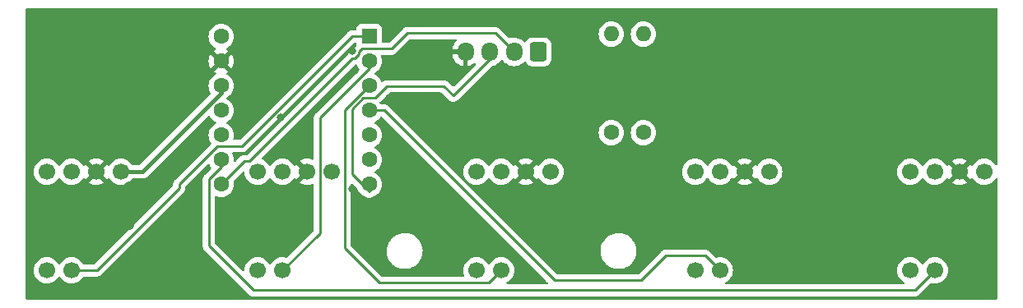
<source format=gbr>
%TF.GenerationSoftware,KiCad,Pcbnew,7.0.9*%
%TF.CreationDate,2025-01-19T15:35:17+09:00*%
%TF.ProjectId,03-FRONT,30332d46-524f-44e5-942e-6b696361645f,rev?*%
%TF.SameCoordinates,Original*%
%TF.FileFunction,Copper,L2,Bot*%
%TF.FilePolarity,Positive*%
%FSLAX46Y46*%
G04 Gerber Fmt 4.6, Leading zero omitted, Abs format (unit mm)*
G04 Created by KiCad (PCBNEW 7.0.9) date 2025-01-19 15:35:17*
%MOMM*%
%LPD*%
G01*
G04 APERTURE LIST*
G04 Aperture macros list*
%AMRoundRect*
0 Rectangle with rounded corners*
0 $1 Rounding radius*
0 $2 $3 $4 $5 $6 $7 $8 $9 X,Y pos of 4 corners*
0 Add a 4 corners polygon primitive as box body*
4,1,4,$2,$3,$4,$5,$6,$7,$8,$9,$2,$3,0*
0 Add four circle primitives for the rounded corners*
1,1,$1+$1,$2,$3*
1,1,$1+$1,$4,$5*
1,1,$1+$1,$6,$7*
1,1,$1+$1,$8,$9*
0 Add four rect primitives between the rounded corners*
20,1,$1+$1,$2,$3,$4,$5,0*
20,1,$1+$1,$4,$5,$6,$7,0*
20,1,$1+$1,$6,$7,$8,$9,0*
20,1,$1+$1,$8,$9,$2,$3,0*%
G04 Aperture macros list end*
%TA.AperFunction,ComponentPad*%
%ADD10C,1.700000*%
%TD*%
%TA.AperFunction,ComponentPad*%
%ADD11C,1.600000*%
%TD*%
%TA.AperFunction,ComponentPad*%
%ADD12O,1.600000X1.600000*%
%TD*%
%TA.AperFunction,ComponentPad*%
%ADD13RoundRect,0.250000X0.600000X0.725000X-0.600000X0.725000X-0.600000X-0.725000X0.600000X-0.725000X0*%
%TD*%
%TA.AperFunction,ComponentPad*%
%ADD14O,1.700000X1.950000*%
%TD*%
%TA.AperFunction,ComponentPad*%
%ADD15R,1.600000X1.600000*%
%TD*%
%TA.AperFunction,ViaPad*%
%ADD16C,0.800000*%
%TD*%
%TA.AperFunction,Conductor*%
%ADD17C,0.400000*%
%TD*%
%TA.AperFunction,Conductor*%
%ADD18C,0.250000*%
%TD*%
G04 APERTURE END LIST*
D10*
%TO.P,U5,1,3V3*%
%TO.N,+3V3*%
X149620000Y-86840000D03*
%TO.P,U5,2,GND*%
%TO.N,GND*%
X147080000Y-86840000D03*
%TO.P,U5,3,SCL*%
%TO.N,SCL*%
X144540000Y-86840000D03*
%TO.P,U5,4,SDA*%
%TO.N,SDA*%
X142000000Y-86840000D03*
%TO.P,U5,5,XSHUT*%
%TO.N,XSHUT5*%
X144540000Y-97000000D03*
%TO.P,U5,6,GPIO*%
%TO.N,unconnected-(U5-GPIO-Pad6)*%
X142000000Y-97000000D03*
%TD*%
%TO.P,U2,1,3V3*%
%TO.N,+3V3*%
X82500000Y-86840000D03*
%TO.P,U2,2,GND*%
%TO.N,GND*%
X79960000Y-86840000D03*
%TO.P,U2,3,SCL*%
%TO.N,SCL*%
X77420000Y-86840000D03*
%TO.P,U2,4,SDA*%
%TO.N,SDA*%
X74880000Y-86840000D03*
%TO.P,U2,5,XSHUT*%
%TO.N,XSHUT2*%
X77420000Y-97000000D03*
%TO.P,U2,6,GPIO*%
%TO.N,unconnected-(U2-GPIO-Pad6)*%
X74880000Y-97000000D03*
%TD*%
%TO.P,U4,1,3V3*%
%TO.N,+3V3*%
X127500000Y-86840000D03*
%TO.P,U4,2,GND*%
%TO.N,GND*%
X124960000Y-86840000D03*
%TO.P,U4,3,SCL*%
%TO.N,SCL*%
X122420000Y-86840000D03*
%TO.P,U4,4,SDA*%
%TO.N,SDA*%
X119880000Y-86840000D03*
%TO.P,U4,5,XSHUT*%
%TO.N,XSHUT4*%
X122420000Y-97000000D03*
%TO.P,U4,6,GPIO*%
%TO.N,unconnected-(U4-GPIO-Pad6)*%
X119880000Y-97000000D03*
%TD*%
%TO.P,U3,1,3V3*%
%TO.N,+3V3*%
X105000000Y-86840000D03*
%TO.P,U3,2,GND*%
%TO.N,GND*%
X102460000Y-86840000D03*
%TO.P,U3,3,SCL*%
%TO.N,SCL*%
X99920000Y-86840000D03*
%TO.P,U3,4,SDA*%
%TO.N,SDA*%
X97380000Y-86840000D03*
%TO.P,U3,5,XSHUT*%
%TO.N,XSHUT3*%
X99920000Y-97000000D03*
%TO.P,U3,6,GPIO*%
%TO.N,unconnected-(U3-GPIO-Pad6)*%
X97380000Y-97000000D03*
%TD*%
%TO.P,U1,1,3V3*%
%TO.N,+3V3*%
X60810000Y-86840000D03*
%TO.P,U1,2,GND*%
%TO.N,GND*%
X58270000Y-86840000D03*
%TO.P,U1,3,SCL*%
%TO.N,SCL*%
X55730000Y-86840000D03*
%TO.P,U1,4,SDA*%
%TO.N,SDA*%
X53190000Y-86840000D03*
%TO.P,U1,5,XSHUT*%
%TO.N,XSHUT1*%
X55730000Y-97000000D03*
%TO.P,U1,6,GPIO*%
%TO.N,unconnected-(U1-GPIO-Pad6)*%
X53190000Y-97000000D03*
%TD*%
D11*
%TO.P,R1,1*%
%TO.N,SCL*%
X114554000Y-82804000D03*
D12*
%TO.P,R1,2*%
%TO.N,+3V3*%
X114554000Y-72644000D03*
%TD*%
D13*
%TO.P,J1,1,Pin_1*%
%TO.N,+5V*%
X103750000Y-74475000D03*
D14*
%TO.P,J1,2,Pin_2*%
%TO.N,RX*%
X101250000Y-74475000D03*
%TO.P,J1,3,Pin_3*%
%TO.N,TX*%
X98750000Y-74475000D03*
%TO.P,J1,4,Pin_4*%
%TO.N,GND*%
X96250000Y-74475000D03*
%TD*%
D11*
%TO.P,R2,1*%
%TO.N,SDA*%
X111252000Y-82804000D03*
D12*
%TO.P,R2,2*%
%TO.N,+3V3*%
X111252000Y-72644000D03*
%TD*%
D15*
%TO.P,U6,1,D0/A0*%
%TO.N,XSHUT1*%
X86360000Y-72898000D03*
D11*
%TO.P,U6,2,D1/A1*%
%TO.N,XSHUT2*%
X86360000Y-75438000D03*
%TO.P,U6,3,D2/A2*%
%TO.N,XSHUT3*%
X86360000Y-77978000D03*
%TO.P,U6,4,D3/A3*%
%TO.N,XSHUT4*%
X86360000Y-80518000D03*
%TO.P,U6,5,D4/SDA*%
%TO.N,SDA*%
X86360000Y-83058000D03*
%TO.P,U6,6,D5/SCL*%
%TO.N,SCL*%
X86360000Y-85598000D03*
%TO.P,U6,7,D6/TX*%
%TO.N,TX*%
X86360000Y-88138000D03*
%TO.P,U6,8,RX/D7*%
%TO.N,RX*%
X71120000Y-88138000D03*
%TO.P,U6,9,D8*%
%TO.N,XSHUT5*%
X71120000Y-85598000D03*
%TO.P,U6,10,D9*%
%TO.N,WS2812B*%
X71120000Y-83058000D03*
%TO.P,U6,11,D10*%
%TO.N,unconnected-(U6-D10-Pad11)*%
X71120000Y-80518000D03*
%TO.P,U6,12,3V3*%
%TO.N,+3V3*%
X71120000Y-77978000D03*
%TO.P,U6,13,GND*%
%TO.N,GND*%
X71120000Y-75438000D03*
%TO.P,U6,14,5V*%
%TO.N,+5V*%
X71120000Y-72898000D03*
%TD*%
D16*
%TO.N,GND*%
X80010000Y-91440000D03*
X61595000Y-88265000D03*
X134620000Y-74930000D03*
X69850000Y-71120000D03*
X137160000Y-96520000D03*
X93472000Y-80010000D03*
X84836000Y-76454000D03*
X95250000Y-82042000D03*
X56896000Y-76200000D03*
X145796000Y-76708000D03*
X150000000Y-76000000D03*
X64770000Y-88392000D03*
X79502000Y-85090000D03*
X63500000Y-93980000D03*
X148590000Y-85090000D03*
X75946000Y-95504000D03*
X95504000Y-76454000D03*
X97536000Y-84836000D03*
X84582000Y-88646000D03*
X96266000Y-90424000D03*
X61722000Y-92456000D03*
X109220000Y-81915000D03*
X117094000Y-88900000D03*
X77216000Y-81280000D03*
X53000000Y-93000000D03*
X142240000Y-84836000D03*
X68580000Y-77724000D03*
X88138000Y-76200000D03*
X73025000Y-81280000D03*
X129794000Y-87122000D03*
X129032000Y-84836000D03*
X77470000Y-78232000D03*
X72898000Y-77216000D03*
X58928000Y-89662000D03*
X83820000Y-72136000D03*
X99568000Y-79502000D03*
X122936000Y-80518000D03*
X73025000Y-93980000D03*
X92202000Y-73660000D03*
X114046000Y-85344000D03*
X64008000Y-83820000D03*
X104140000Y-90170000D03*
X92202000Y-70866000D03*
X111252000Y-74676000D03*
X107442000Y-85090000D03*
X69215000Y-83820000D03*
X73406000Y-73152000D03*
X66802000Y-81280000D03*
X127508000Y-89408000D03*
X106045000Y-96520000D03*
X107315000Y-87630000D03*
X72390000Y-98806000D03*
X147320000Y-71374000D03*
X57150000Y-98806000D03*
X87630000Y-90424000D03*
X52000000Y-71628000D03*
X85090000Y-92964000D03*
X127254000Y-96520000D03*
X120396000Y-84582000D03*
X88138000Y-82550000D03*
X66040000Y-90932000D03*
X103124000Y-97536000D03*
X148590000Y-79756000D03*
X68580000Y-88392000D03*
X102362000Y-72136000D03*
X78105000Y-88900000D03*
X84582000Y-74422000D03*
X117602000Y-82042000D03*
X145034000Y-80264000D03*
X54000000Y-80000000D03*
X78740000Y-82804000D03*
X99060000Y-89535000D03*
X58000000Y-80000000D03*
X149000000Y-97000000D03*
X140208000Y-88646000D03*
X91186000Y-82042000D03*
X99695000Y-81915000D03*
X71755000Y-90805000D03*
X117094000Y-70866000D03*
X88392000Y-79248000D03*
X64770000Y-75184000D03*
X51816000Y-79756000D03*
X145796000Y-88392000D03*
X102235000Y-92710000D03*
%TD*%
D17*
%TO.N,+3V3*%
X60810000Y-86840000D02*
X63020000Y-86840000D01*
X63020000Y-86840000D02*
X71120000Y-78740000D01*
D18*
%TO.N,XSHUT1*%
X73406000Y-84064695D02*
X84572695Y-72898000D01*
X73297000Y-84183000D02*
X73406000Y-84074000D01*
X66802000Y-88138000D02*
X70757000Y-84183000D01*
X66802000Y-88528305D02*
X66802000Y-88138000D01*
X84572695Y-72898000D02*
X86360000Y-72898000D01*
X55730000Y-97000000D02*
X58330305Y-97000000D01*
X58330305Y-97000000D02*
X66802000Y-88528305D01*
X70757000Y-84183000D02*
X73297000Y-84183000D01*
X73406000Y-84074000D02*
X73406000Y-84064695D01*
%TO.N,XSHUT2*%
X81280000Y-93140000D02*
X77420000Y-97000000D01*
X86360000Y-75438000D02*
X86360000Y-76200000D01*
X81280000Y-81280000D02*
X81280000Y-93140000D01*
X86360000Y-76200000D02*
X81280000Y-81280000D01*
%TO.N,XSHUT3*%
X99920000Y-97000000D02*
X98622000Y-98298000D01*
X98622000Y-98298000D02*
X87376000Y-98298000D01*
X87376000Y-98298000D02*
X83820000Y-94742000D01*
X83820000Y-94742000D02*
X83820000Y-80518000D01*
X83820000Y-80518000D02*
X86360000Y-77978000D01*
%TO.N,XSHUT4*%
X116840000Y-95504000D02*
X120924000Y-95504000D01*
X87884000Y-80518000D02*
X105410000Y-98044000D01*
X120924000Y-95504000D02*
X122420000Y-97000000D01*
X86360000Y-80518000D02*
X87884000Y-80518000D01*
X105410000Y-98044000D02*
X114300000Y-98044000D01*
X114300000Y-98044000D02*
X116840000Y-95504000D01*
%TO.N,XSHUT5*%
X69850000Y-94488000D02*
X69850000Y-87630000D01*
X74422000Y-99060000D02*
X69850000Y-94488000D01*
X69850000Y-87630000D02*
X71120000Y-86360000D01*
X142480000Y-99060000D02*
X74422000Y-99060000D01*
X144540000Y-97000000D02*
X142480000Y-99060000D01*
%TO.N,RX*%
X84882305Y-75147000D02*
X84619000Y-75147000D01*
X88646000Y-74168000D02*
X85598000Y-74168000D01*
X85307000Y-74722305D02*
X84882305Y-75147000D01*
X90279000Y-72535000D02*
X88646000Y-74168000D01*
X74013000Y-85753000D02*
X73505000Y-85753000D01*
X85598000Y-74168000D02*
X85307000Y-74459000D01*
X99310000Y-72535000D02*
X90279000Y-72535000D01*
X101250000Y-74475000D02*
X99310000Y-72535000D01*
X84619000Y-75147000D02*
X74013000Y-85753000D01*
X85307000Y-74459000D02*
X85307000Y-74722305D01*
X73505000Y-85753000D02*
X71120000Y-88138000D01*
%TO.N,TX*%
X88203991Y-78015000D02*
X86970991Y-79248000D01*
X85726396Y-79248000D02*
X84582000Y-80392396D01*
X84582000Y-87122000D02*
X86360000Y-88900000D01*
X98750000Y-74475000D02*
X98806000Y-74531000D01*
X94017000Y-78015000D02*
X88203991Y-78015000D01*
X98806000Y-75184000D02*
X94996000Y-78994000D01*
X84582000Y-80392396D02*
X84582000Y-87122000D01*
X98806000Y-74531000D02*
X98806000Y-75184000D01*
X86970991Y-79248000D02*
X85726396Y-79248000D01*
X94996000Y-78994000D02*
X94017000Y-78015000D01*
%TD*%
%TA.AperFunction,Conductor*%
%TO.N,GND*%
G36*
X87658778Y-81177456D02*
G01*
X87661605Y-81180195D01*
X104704228Y-98222819D01*
X104737713Y-98284142D01*
X104732729Y-98353834D01*
X104690857Y-98409767D01*
X104625393Y-98434184D01*
X104616547Y-98434500D01*
X100598588Y-98434500D01*
X100531549Y-98414815D01*
X100485794Y-98362011D01*
X100475850Y-98292853D01*
X100504875Y-98229297D01*
X100546181Y-98198119D01*
X100597830Y-98174035D01*
X100791401Y-98038495D01*
X100958495Y-97871401D01*
X101094035Y-97677830D01*
X101193903Y-97463663D01*
X101255063Y-97235408D01*
X101275659Y-97000000D01*
X101255063Y-96764592D01*
X101193903Y-96536337D01*
X101094035Y-96322171D01*
X101093652Y-96321623D01*
X100958494Y-96128597D01*
X100791402Y-95961506D01*
X100791395Y-95961501D01*
X100597834Y-95825967D01*
X100597830Y-95825965D01*
X100597828Y-95825964D01*
X100383663Y-95726097D01*
X100383659Y-95726096D01*
X100383655Y-95726094D01*
X100155413Y-95664938D01*
X100155403Y-95664936D01*
X99920001Y-95644341D01*
X99919999Y-95644341D01*
X99684596Y-95664936D01*
X99684586Y-95664938D01*
X99456344Y-95726094D01*
X99456335Y-95726098D01*
X99242171Y-95825964D01*
X99242169Y-95825965D01*
X99048597Y-95961505D01*
X98881505Y-96128597D01*
X98751575Y-96314158D01*
X98696998Y-96357783D01*
X98627500Y-96364977D01*
X98565145Y-96333454D01*
X98548425Y-96314158D01*
X98418494Y-96128597D01*
X98251402Y-95961506D01*
X98251395Y-95961501D01*
X98057834Y-95825967D01*
X98057830Y-95825965D01*
X98057828Y-95825964D01*
X97843663Y-95726097D01*
X97843659Y-95726096D01*
X97843655Y-95726094D01*
X97615413Y-95664938D01*
X97615403Y-95664936D01*
X97380001Y-95644341D01*
X97379999Y-95644341D01*
X97144596Y-95664936D01*
X97144586Y-95664938D01*
X96916344Y-95726094D01*
X96916335Y-95726098D01*
X96702171Y-95825964D01*
X96702169Y-95825965D01*
X96508597Y-95961505D01*
X96341505Y-96128597D01*
X96205965Y-96322169D01*
X96205964Y-96322171D01*
X96106098Y-96536335D01*
X96106094Y-96536344D01*
X96044938Y-96764586D01*
X96044936Y-96764596D01*
X96024341Y-96999999D01*
X96024341Y-97000000D01*
X96044936Y-97235403D01*
X96044938Y-97235413D01*
X96106094Y-97463655D01*
X96106095Y-97463658D01*
X96106097Y-97463663D01*
X96121221Y-97496097D01*
X96131713Y-97565171D01*
X96103194Y-97628956D01*
X96044718Y-97667196D01*
X96008839Y-97672500D01*
X87686453Y-97672500D01*
X87619414Y-97652815D01*
X87598772Y-97636181D01*
X85030354Y-95067763D01*
X88145787Y-95067763D01*
X88175413Y-95337013D01*
X88175415Y-95337024D01*
X88243926Y-95599082D01*
X88243928Y-95599088D01*
X88349870Y-95848390D01*
X88418904Y-95961506D01*
X88490979Y-96079605D01*
X88490986Y-96079615D01*
X88664253Y-96287819D01*
X88664259Y-96287824D01*
X88757833Y-96371666D01*
X88865998Y-96468582D01*
X89091910Y-96618044D01*
X89337176Y-96733020D01*
X89337183Y-96733022D01*
X89337185Y-96733023D01*
X89596557Y-96811057D01*
X89596564Y-96811058D01*
X89596569Y-96811060D01*
X89864561Y-96850500D01*
X89864566Y-96850500D01*
X90067636Y-96850500D01*
X90119133Y-96846730D01*
X90270156Y-96835677D01*
X90382758Y-96810593D01*
X90534546Y-96776782D01*
X90534548Y-96776781D01*
X90534553Y-96776780D01*
X90787558Y-96680014D01*
X91023777Y-96547441D01*
X91238177Y-96381888D01*
X91426186Y-96186881D01*
X91583799Y-95966579D01*
X91707439Y-95726098D01*
X91707649Y-95725690D01*
X91707651Y-95725684D01*
X91707656Y-95725675D01*
X91795118Y-95469305D01*
X91844319Y-95202933D01*
X91854212Y-94932235D01*
X91824586Y-94662982D01*
X91756072Y-94400912D01*
X91650130Y-94151610D01*
X91509018Y-93920390D01*
X91419747Y-93813119D01*
X91335746Y-93712180D01*
X91335740Y-93712175D01*
X91134002Y-93531418D01*
X90908092Y-93381957D01*
X90908090Y-93381956D01*
X90662824Y-93266980D01*
X90662819Y-93266978D01*
X90662814Y-93266976D01*
X90403442Y-93188942D01*
X90403428Y-93188939D01*
X90287791Y-93171921D01*
X90135439Y-93149500D01*
X89932369Y-93149500D01*
X89932364Y-93149500D01*
X89729844Y-93164323D01*
X89729831Y-93164325D01*
X89465453Y-93223217D01*
X89465446Y-93223220D01*
X89212439Y-93319987D01*
X88976226Y-93452557D01*
X88976224Y-93452558D01*
X88976223Y-93452559D01*
X88923811Y-93493030D01*
X88761822Y-93618112D01*
X88573822Y-93813109D01*
X88573816Y-93813116D01*
X88416202Y-94033419D01*
X88416199Y-94033424D01*
X88292350Y-94274309D01*
X88292343Y-94274327D01*
X88204884Y-94530685D01*
X88204882Y-94530695D01*
X88156667Y-94791732D01*
X88155681Y-94797068D01*
X88155680Y-94797075D01*
X88145787Y-95067763D01*
X85030354Y-95067763D01*
X84481819Y-94519228D01*
X84448334Y-94457905D01*
X84445500Y-94431547D01*
X84445500Y-88169452D01*
X84465185Y-88102413D01*
X84517989Y-88056658D01*
X84587147Y-88046714D01*
X84650703Y-88075739D01*
X84657181Y-88081771D01*
X85100013Y-88524603D01*
X85132104Y-88580181D01*
X85133259Y-88584490D01*
X85133260Y-88584495D01*
X85229431Y-88790732D01*
X85229432Y-88790734D01*
X85359954Y-88977141D01*
X85520858Y-89138045D01*
X85520861Y-89138047D01*
X85707266Y-89268568D01*
X85913504Y-89364739D01*
X85927677Y-89368536D01*
X85971587Y-89390333D01*
X85993262Y-89407145D01*
X86039058Y-89442670D01*
X86039061Y-89442672D01*
X86039064Y-89442674D01*
X86184105Y-89505438D01*
X86340196Y-89530160D01*
X86497533Y-89515287D01*
X86646229Y-89461754D01*
X86760241Y-89384271D01*
X86797846Y-89367056D01*
X86806496Y-89364739D01*
X87012734Y-89268568D01*
X87199139Y-89138047D01*
X87360047Y-88977139D01*
X87490568Y-88790734D01*
X87586739Y-88584496D01*
X87645635Y-88364692D01*
X87665468Y-88138000D01*
X87663318Y-88113431D01*
X87658022Y-88052892D01*
X87645635Y-87911308D01*
X87586739Y-87691504D01*
X87490568Y-87485266D01*
X87388853Y-87340000D01*
X87360045Y-87298858D01*
X87199141Y-87137954D01*
X87012734Y-87007432D01*
X87012728Y-87007429D01*
X86954725Y-86980382D01*
X86902285Y-86934210D01*
X86883133Y-86867017D01*
X86903348Y-86800135D01*
X86954725Y-86755618D01*
X86961802Y-86752318D01*
X87012734Y-86728568D01*
X87199139Y-86598047D01*
X87360047Y-86437139D01*
X87490568Y-86250734D01*
X87586739Y-86044496D01*
X87645635Y-85824692D01*
X87665084Y-85602387D01*
X87665468Y-85598001D01*
X87665468Y-85597998D01*
X87655524Y-85484341D01*
X87645635Y-85371308D01*
X87586739Y-85151504D01*
X87490568Y-84945266D01*
X87371079Y-84774617D01*
X87360045Y-84758858D01*
X87199141Y-84597954D01*
X87012734Y-84467432D01*
X87012728Y-84467429D01*
X86954725Y-84440382D01*
X86902285Y-84394210D01*
X86883133Y-84327017D01*
X86903348Y-84260135D01*
X86954725Y-84215618D01*
X87012734Y-84188568D01*
X87199139Y-84058047D01*
X87360047Y-83897139D01*
X87490568Y-83710734D01*
X87586739Y-83504496D01*
X87645635Y-83284692D01*
X87665468Y-83058000D01*
X87645635Y-82831308D01*
X87586739Y-82611504D01*
X87490568Y-82405266D01*
X87360047Y-82218861D01*
X87360045Y-82218858D01*
X87199141Y-82057954D01*
X87012734Y-81927432D01*
X87012728Y-81927429D01*
X86954725Y-81900382D01*
X86902285Y-81854210D01*
X86883133Y-81787017D01*
X86903348Y-81720135D01*
X86954725Y-81675618D01*
X86959415Y-81673431D01*
X87012734Y-81648568D01*
X87199139Y-81518047D01*
X87360047Y-81357139D01*
X87472350Y-81196752D01*
X87526925Y-81153128D01*
X87596424Y-81145934D01*
X87658778Y-81177456D01*
G37*
%TD.AperFunction*%
%TA.AperFunction,Conductor*%
G36*
X73449483Y-86795620D02*
G01*
X73505416Y-86837492D01*
X73529677Y-86900994D01*
X73544936Y-87075403D01*
X73544938Y-87075413D01*
X73606094Y-87303655D01*
X73606096Y-87303659D01*
X73606097Y-87303663D01*
X73678564Y-87459069D01*
X73705965Y-87517830D01*
X73705967Y-87517834D01*
X73770640Y-87610196D01*
X73841505Y-87711401D01*
X74008599Y-87878495D01*
X74088952Y-87934759D01*
X74202165Y-88014032D01*
X74202167Y-88014033D01*
X74202170Y-88014035D01*
X74416337Y-88113903D01*
X74644592Y-88175063D01*
X74832918Y-88191539D01*
X74879999Y-88195659D01*
X74880000Y-88195659D01*
X74880001Y-88195659D01*
X74919234Y-88192226D01*
X75115408Y-88175063D01*
X75343663Y-88113903D01*
X75557830Y-88014035D01*
X75751401Y-87878495D01*
X75918495Y-87711401D01*
X76048425Y-87525842D01*
X76103002Y-87482217D01*
X76172500Y-87475023D01*
X76234855Y-87506546D01*
X76251575Y-87525842D01*
X76381500Y-87711395D01*
X76381505Y-87711401D01*
X76548599Y-87878495D01*
X76628952Y-87934759D01*
X76742165Y-88014032D01*
X76742167Y-88014033D01*
X76742170Y-88014035D01*
X76956337Y-88113903D01*
X77184592Y-88175063D01*
X77372918Y-88191539D01*
X77419999Y-88195659D01*
X77420000Y-88195659D01*
X77420001Y-88195659D01*
X77459234Y-88192226D01*
X77655408Y-88175063D01*
X77883663Y-88113903D01*
X78097830Y-88014035D01*
X78291401Y-87878495D01*
X78458495Y-87711401D01*
X78588732Y-87525403D01*
X78643307Y-87481780D01*
X78712805Y-87474586D01*
X78775160Y-87506109D01*
X78791880Y-87525405D01*
X78845073Y-87601373D01*
X79476923Y-86969523D01*
X79500507Y-87049844D01*
X79578239Y-87170798D01*
X79686900Y-87264952D01*
X79817685Y-87324680D01*
X79827464Y-87326086D01*
X79198625Y-87954925D01*
X79282421Y-88013599D01*
X79496507Y-88113429D01*
X79496516Y-88113433D01*
X79724673Y-88174567D01*
X79724684Y-88174569D01*
X79959998Y-88195157D01*
X79960002Y-88195157D01*
X80195315Y-88174569D01*
X80195326Y-88174567D01*
X80423483Y-88113433D01*
X80423487Y-88113431D01*
X80478094Y-88087968D01*
X80547172Y-88077476D01*
X80610956Y-88105995D01*
X80649196Y-88164471D01*
X80654500Y-88200350D01*
X80654500Y-92829546D01*
X80634815Y-92896585D01*
X80618181Y-92917227D01*
X77875646Y-95659761D01*
X77814323Y-95693246D01*
X77755873Y-95691855D01*
X77655408Y-95664937D01*
X77420001Y-95644341D01*
X77419999Y-95644341D01*
X77184596Y-95664936D01*
X77184586Y-95664938D01*
X76956344Y-95726094D01*
X76956335Y-95726098D01*
X76742171Y-95825964D01*
X76742169Y-95825965D01*
X76548597Y-95961505D01*
X76381505Y-96128597D01*
X76251575Y-96314158D01*
X76196998Y-96357783D01*
X76127500Y-96364977D01*
X76065145Y-96333454D01*
X76048425Y-96314158D01*
X75918494Y-96128597D01*
X75751402Y-95961506D01*
X75751395Y-95961501D01*
X75557834Y-95825967D01*
X75557830Y-95825965D01*
X75557828Y-95825964D01*
X75343663Y-95726097D01*
X75343659Y-95726096D01*
X75343655Y-95726094D01*
X75115413Y-95664938D01*
X75115403Y-95664936D01*
X74880001Y-95644341D01*
X74879999Y-95644341D01*
X74644596Y-95664936D01*
X74644586Y-95664938D01*
X74416344Y-95726094D01*
X74416335Y-95726098D01*
X74202171Y-95825964D01*
X74202169Y-95825965D01*
X74008597Y-95961505D01*
X73841505Y-96128597D01*
X73705965Y-96322169D01*
X73705964Y-96322171D01*
X73606098Y-96536335D01*
X73606094Y-96536344D01*
X73544938Y-96764586D01*
X73544936Y-96764596D01*
X73525172Y-96990499D01*
X73499719Y-97055567D01*
X73443128Y-97096546D01*
X73373366Y-97100424D01*
X73313963Y-97067372D01*
X70511819Y-94265228D01*
X70478334Y-94203905D01*
X70475500Y-94177547D01*
X70475500Y-89467048D01*
X70495185Y-89400009D01*
X70547989Y-89354254D01*
X70617147Y-89344310D01*
X70651905Y-89354667D01*
X70673504Y-89364739D01*
X70673509Y-89364740D01*
X70673511Y-89364741D01*
X70702756Y-89372577D01*
X70893308Y-89423635D01*
X71055230Y-89437801D01*
X71119998Y-89443468D01*
X71120000Y-89443468D01*
X71120002Y-89443468D01*
X71176673Y-89438509D01*
X71346692Y-89423635D01*
X71566496Y-89364739D01*
X71772734Y-89268568D01*
X71959139Y-89138047D01*
X72120047Y-88977139D01*
X72250568Y-88790734D01*
X72346739Y-88584496D01*
X72405635Y-88364692D01*
X72425468Y-88138000D01*
X72423318Y-88113431D01*
X72418022Y-88052892D01*
X72405635Y-87911308D01*
X72387318Y-87842948D01*
X72388981Y-87773103D01*
X72419410Y-87723179D01*
X73318470Y-86824119D01*
X73379791Y-86790636D01*
X73449483Y-86795620D01*
G37*
%TD.AperFunction*%
%TA.AperFunction,Conductor*%
G36*
X85056562Y-75777653D02*
G01*
X85110018Y-75822644D01*
X85126450Y-75859077D01*
X85133217Y-75884331D01*
X85133262Y-75884499D01*
X85229431Y-76090732D01*
X85316054Y-76214445D01*
X85338381Y-76280651D01*
X85321369Y-76348418D01*
X85302159Y-76373248D01*
X80896208Y-80779199D01*
X80883951Y-80789020D01*
X80884134Y-80789241D01*
X80878123Y-80794213D01*
X80830772Y-80844636D01*
X80809889Y-80865519D01*
X80809877Y-80865532D01*
X80805621Y-80871017D01*
X80801837Y-80875447D01*
X80769937Y-80909418D01*
X80769936Y-80909420D01*
X80760284Y-80926976D01*
X80749610Y-80943226D01*
X80737329Y-80959061D01*
X80737324Y-80959068D01*
X80718815Y-81001838D01*
X80716245Y-81007084D01*
X80693803Y-81047906D01*
X80688822Y-81067307D01*
X80682521Y-81085710D01*
X80674562Y-81104102D01*
X80674561Y-81104105D01*
X80667271Y-81150127D01*
X80666087Y-81155846D01*
X80654501Y-81200972D01*
X80654500Y-81200982D01*
X80654500Y-81221016D01*
X80652973Y-81240415D01*
X80649840Y-81260194D01*
X80649840Y-81260195D01*
X80654225Y-81306583D01*
X80654500Y-81312421D01*
X80654500Y-85479649D01*
X80634815Y-85546688D01*
X80582011Y-85592443D01*
X80512853Y-85602387D01*
X80478096Y-85592031D01*
X80423497Y-85566571D01*
X80423483Y-85566566D01*
X80195326Y-85505432D01*
X80195315Y-85505430D01*
X79960002Y-85484843D01*
X79959998Y-85484843D01*
X79724684Y-85505430D01*
X79724673Y-85505432D01*
X79496516Y-85566566D01*
X79496507Y-85566570D01*
X79282419Y-85666401D01*
X79198625Y-85725072D01*
X79827466Y-86353913D01*
X79817685Y-86355320D01*
X79686900Y-86415048D01*
X79578239Y-86509202D01*
X79500507Y-86630156D01*
X79476923Y-86710476D01*
X78845073Y-86078626D01*
X78791881Y-86154594D01*
X78737304Y-86198219D01*
X78667806Y-86205413D01*
X78605451Y-86173891D01*
X78588730Y-86154594D01*
X78458494Y-85968597D01*
X78291402Y-85801506D01*
X78291395Y-85801501D01*
X78097834Y-85665967D01*
X78097830Y-85665965D01*
X78097828Y-85665964D01*
X77883663Y-85566097D01*
X77883659Y-85566096D01*
X77883655Y-85566094D01*
X77655413Y-85504938D01*
X77655403Y-85504936D01*
X77420001Y-85484341D01*
X77419999Y-85484341D01*
X77184596Y-85504936D01*
X77184586Y-85504938D01*
X76956344Y-85566094D01*
X76956335Y-85566098D01*
X76742171Y-85665964D01*
X76742169Y-85665965D01*
X76548597Y-85801505D01*
X76381505Y-85968597D01*
X76251575Y-86154158D01*
X76196998Y-86197783D01*
X76127500Y-86204977D01*
X76065145Y-86173454D01*
X76048425Y-86154158D01*
X75918494Y-85968597D01*
X75751402Y-85801506D01*
X75751395Y-85801501D01*
X75557834Y-85665967D01*
X75557830Y-85665965D01*
X75557828Y-85665964D01*
X75343663Y-85566097D01*
X75343656Y-85566095D01*
X75338569Y-85564243D01*
X75339252Y-85562365D01*
X75287058Y-85530552D01*
X75256527Y-85467706D01*
X75264821Y-85398330D01*
X75291126Y-85359462D01*
X84842036Y-75808553D01*
X84903355Y-75775071D01*
X84917785Y-75773060D01*
X84917777Y-75772990D01*
X84921652Y-75772500D01*
X84921655Y-75772500D01*
X84928533Y-75771630D01*
X84934346Y-75771172D01*
X84980932Y-75769709D01*
X84980940Y-75769706D01*
X84987267Y-75768705D01*
X85056562Y-75777653D01*
G37*
%TD.AperFunction*%
%TA.AperFunction,Conductor*%
G36*
X85002540Y-73543185D02*
G01*
X85048295Y-73595989D01*
X85059501Y-73647500D01*
X85059501Y-73745883D01*
X85060540Y-73755545D01*
X85048132Y-73824304D01*
X85024931Y-73856476D01*
X84923208Y-73958199D01*
X84910951Y-73968020D01*
X84911134Y-73968241D01*
X84905123Y-73973213D01*
X84857772Y-74023636D01*
X84836889Y-74044519D01*
X84836877Y-74044532D01*
X84832621Y-74050017D01*
X84828837Y-74054447D01*
X84796937Y-74088418D01*
X84796936Y-74088420D01*
X84787284Y-74105976D01*
X84776610Y-74122226D01*
X84764329Y-74138061D01*
X84764324Y-74138068D01*
X84745815Y-74180838D01*
X84743245Y-74186084D01*
X84720803Y-74226906D01*
X84715822Y-74246307D01*
X84709521Y-74264710D01*
X84701562Y-74283102D01*
X84701561Y-74283105D01*
X84694271Y-74329127D01*
X84693087Y-74334846D01*
X84681501Y-74379972D01*
X84681500Y-74379982D01*
X84681500Y-74399062D01*
X84661815Y-74466101D01*
X84609011Y-74511856D01*
X84561397Y-74523001D01*
X84520373Y-74524290D01*
X84520372Y-74524290D01*
X84501129Y-74529881D01*
X84482079Y-74533825D01*
X84462211Y-74536334D01*
X84418884Y-74553488D01*
X84413358Y-74555379D01*
X84368614Y-74568379D01*
X84368610Y-74568381D01*
X84351366Y-74578579D01*
X84333905Y-74587133D01*
X84315274Y-74594510D01*
X84315262Y-74594517D01*
X84277570Y-74621902D01*
X84272687Y-74625109D01*
X84232580Y-74648829D01*
X84218414Y-74662995D01*
X84203624Y-74675627D01*
X84187414Y-74687404D01*
X84187411Y-74687407D01*
X84157710Y-74723309D01*
X84153777Y-74727631D01*
X73790228Y-85091181D01*
X73728905Y-85124666D01*
X73702547Y-85127500D01*
X73587737Y-85127500D01*
X73572120Y-85125776D01*
X73572093Y-85126062D01*
X73564331Y-85125327D01*
X73495203Y-85127500D01*
X73465650Y-85127500D01*
X73464929Y-85127590D01*
X73458757Y-85128369D01*
X73452945Y-85128826D01*
X73406378Y-85130290D01*
X73406367Y-85130292D01*
X73387134Y-85135879D01*
X73368094Y-85139822D01*
X73348217Y-85142334D01*
X73348210Y-85142335D01*
X73348208Y-85142336D01*
X73348206Y-85142336D01*
X73348205Y-85142337D01*
X73304868Y-85159494D01*
X73299342Y-85161386D01*
X73254611Y-85174382D01*
X73254608Y-85174383D01*
X73237363Y-85184581D01*
X73219901Y-85193135D01*
X73201272Y-85200511D01*
X73201267Y-85200513D01*
X73163564Y-85227906D01*
X73158682Y-85231112D01*
X73118580Y-85254828D01*
X73104408Y-85269000D01*
X73089623Y-85281628D01*
X73073412Y-85293407D01*
X73043709Y-85329310D01*
X73039777Y-85333631D01*
X72632818Y-85740589D01*
X72571495Y-85774074D01*
X72501803Y-85769090D01*
X72445870Y-85727218D01*
X72421453Y-85661754D01*
X72421608Y-85642109D01*
X72425468Y-85598000D01*
X72424897Y-85591479D01*
X72415524Y-85484341D01*
X72405635Y-85371308D01*
X72346739Y-85151504D01*
X72269051Y-84984904D01*
X72258560Y-84915827D01*
X72287080Y-84852043D01*
X72345556Y-84813804D01*
X72381434Y-84808500D01*
X73214257Y-84808500D01*
X73229877Y-84810224D01*
X73229904Y-84809939D01*
X73237660Y-84810671D01*
X73237667Y-84810673D01*
X73306814Y-84808500D01*
X73336350Y-84808500D01*
X73343228Y-84807630D01*
X73349041Y-84807172D01*
X73395627Y-84805709D01*
X73414869Y-84800117D01*
X73433912Y-84796174D01*
X73453792Y-84793664D01*
X73497122Y-84776507D01*
X73502646Y-84774617D01*
X73506396Y-84773527D01*
X73547390Y-84761618D01*
X73564629Y-84751422D01*
X73582103Y-84742862D01*
X73600727Y-84735488D01*
X73600727Y-84735487D01*
X73600732Y-84735486D01*
X73638449Y-84708082D01*
X73643305Y-84704892D01*
X73683420Y-84681170D01*
X73697586Y-84667003D01*
X73712381Y-84654368D01*
X73728584Y-84642596D01*
X73728583Y-84642596D01*
X73728587Y-84642594D01*
X73758299Y-84606677D01*
X73762210Y-84602379D01*
X73789788Y-84574801D01*
X73802046Y-84564983D01*
X73801863Y-84564762D01*
X73807874Y-84559789D01*
X73807877Y-84559786D01*
X73855227Y-84509362D01*
X73876120Y-84488471D01*
X73880371Y-84482989D01*
X73884165Y-84478548D01*
X73894605Y-84467431D01*
X73916062Y-84444582D01*
X73916064Y-84444577D01*
X73920649Y-84438269D01*
X73921212Y-84438678D01*
X73935083Y-84420200D01*
X84795466Y-73559819D01*
X84856789Y-73526334D01*
X84883147Y-73523500D01*
X84935501Y-73523500D01*
X85002540Y-73543185D01*
G37*
%TD.AperFunction*%
%TA.AperFunction,Conductor*%
G36*
X95297989Y-73180185D02*
G01*
X95343744Y-73232989D01*
X95353688Y-73302147D01*
X95324663Y-73365703D01*
X95318631Y-73372181D01*
X95211891Y-73478920D01*
X95211886Y-73478926D01*
X95076400Y-73672420D01*
X95076399Y-73672422D01*
X94976570Y-73886507D01*
X94976566Y-73886516D01*
X94915432Y-74114673D01*
X94915430Y-74114683D01*
X94905779Y-74225000D01*
X95846031Y-74225000D01*
X95813481Y-74275649D01*
X95775000Y-74406705D01*
X95775000Y-74543295D01*
X95813481Y-74674351D01*
X95846031Y-74725000D01*
X94905779Y-74725000D01*
X94915430Y-74835316D01*
X94915432Y-74835326D01*
X94976566Y-75063483D01*
X94976570Y-75063492D01*
X95076399Y-75277577D01*
X95076400Y-75277579D01*
X95211886Y-75471073D01*
X95211891Y-75471079D01*
X95378917Y-75638105D01*
X95572421Y-75773600D01*
X95786507Y-75873429D01*
X95786516Y-75873433D01*
X96000000Y-75930634D01*
X96000000Y-74883018D01*
X96114801Y-74935446D01*
X96216025Y-74950000D01*
X96283975Y-74950000D01*
X96385199Y-74935446D01*
X96500000Y-74883018D01*
X96500000Y-75930633D01*
X96713483Y-75873433D01*
X96713492Y-75873429D01*
X96927575Y-75773601D01*
X97114940Y-75642406D01*
X97181146Y-75620079D01*
X97248913Y-75637089D01*
X97296727Y-75688037D01*
X97309405Y-75756746D01*
X97282924Y-75821403D01*
X97273745Y-75831662D01*
X95083680Y-78021727D01*
X95022357Y-78055212D01*
X94952665Y-78050228D01*
X94908318Y-78021727D01*
X94517803Y-77631212D01*
X94507980Y-77618950D01*
X94507759Y-77619134D01*
X94502786Y-77613123D01*
X94452364Y-77565773D01*
X94441919Y-77555328D01*
X94431475Y-77544883D01*
X94425986Y-77540625D01*
X94421561Y-77536847D01*
X94387582Y-77504938D01*
X94387580Y-77504936D01*
X94387577Y-77504935D01*
X94370029Y-77495288D01*
X94353763Y-77484604D01*
X94337933Y-77472325D01*
X94295168Y-77453818D01*
X94289922Y-77451248D01*
X94249093Y-77428803D01*
X94249092Y-77428802D01*
X94229693Y-77423822D01*
X94211281Y-77417518D01*
X94192898Y-77409562D01*
X94192892Y-77409560D01*
X94146874Y-77402272D01*
X94141152Y-77401087D01*
X94096021Y-77389500D01*
X94096019Y-77389500D01*
X94075984Y-77389500D01*
X94056586Y-77387973D01*
X94049162Y-77386797D01*
X94036805Y-77384840D01*
X94036804Y-77384840D01*
X93990416Y-77389225D01*
X93984578Y-77389500D01*
X88286728Y-77389500D01*
X88271111Y-77387776D01*
X88271084Y-77388062D01*
X88263322Y-77387327D01*
X88194194Y-77389500D01*
X88164641Y-77389500D01*
X88163920Y-77389590D01*
X88157748Y-77390369D01*
X88151936Y-77390826D01*
X88105369Y-77392290D01*
X88105358Y-77392292D01*
X88086125Y-77397879D01*
X88067085Y-77401822D01*
X88047208Y-77404334D01*
X88047201Y-77404335D01*
X88047199Y-77404336D01*
X88047197Y-77404336D01*
X88047196Y-77404337D01*
X88003859Y-77421494D01*
X87998333Y-77423386D01*
X87953602Y-77436382D01*
X87953599Y-77436383D01*
X87936354Y-77446581D01*
X87918892Y-77455135D01*
X87900263Y-77462511D01*
X87900258Y-77462513D01*
X87862555Y-77489906D01*
X87857673Y-77493112D01*
X87817571Y-77516828D01*
X87803399Y-77531000D01*
X87788614Y-77543628D01*
X87772404Y-77555406D01*
X87772402Y-77555408D01*
X87766098Y-77559989D01*
X87764554Y-77557865D01*
X87713536Y-77583666D01*
X87644036Y-77576481D01*
X87589454Y-77532863D01*
X87578638Y-77514132D01*
X87574350Y-77504936D01*
X87490568Y-77325266D01*
X87360047Y-77138861D01*
X87360045Y-77138858D01*
X87199141Y-76977954D01*
X87012735Y-76847433D01*
X87012736Y-76847433D01*
X87012734Y-76847432D01*
X86954722Y-76820380D01*
X86902284Y-76774208D01*
X86883133Y-76707014D01*
X86903349Y-76640133D01*
X86954721Y-76595619D01*
X87012734Y-76568568D01*
X87199139Y-76438047D01*
X87360047Y-76277139D01*
X87490568Y-76090734D01*
X87586739Y-75884496D01*
X87645635Y-75664692D01*
X87665468Y-75438000D01*
X87664402Y-75425820D01*
X87658014Y-75352797D01*
X87645635Y-75211308D01*
X87586739Y-74991504D01*
X87576666Y-74969904D01*
X87566175Y-74900827D01*
X87594695Y-74837043D01*
X87653171Y-74798804D01*
X87689049Y-74793500D01*
X88563257Y-74793500D01*
X88578877Y-74795224D01*
X88578904Y-74794939D01*
X88586660Y-74795671D01*
X88586667Y-74795673D01*
X88655814Y-74793500D01*
X88685350Y-74793500D01*
X88692228Y-74792630D01*
X88698041Y-74792172D01*
X88744627Y-74790709D01*
X88763869Y-74785117D01*
X88782912Y-74781174D01*
X88802792Y-74778664D01*
X88846122Y-74761507D01*
X88851646Y-74759617D01*
X88855396Y-74758527D01*
X88896390Y-74746618D01*
X88913629Y-74736422D01*
X88931103Y-74727862D01*
X88949727Y-74720488D01*
X88949727Y-74720487D01*
X88949732Y-74720486D01*
X88987449Y-74693082D01*
X88992305Y-74689892D01*
X89032420Y-74666170D01*
X89046589Y-74651999D01*
X89061379Y-74639368D01*
X89077587Y-74627594D01*
X89107299Y-74591676D01*
X89111212Y-74587376D01*
X90501771Y-73196819D01*
X90563094Y-73163334D01*
X90589452Y-73160500D01*
X95230950Y-73160500D01*
X95297989Y-73180185D01*
G37*
%TD.AperFunction*%
%TA.AperFunction,Conductor*%
G36*
X150942539Y-70020185D02*
G01*
X150988294Y-70072989D01*
X150999500Y-70124500D01*
X150999500Y-86062327D01*
X150979815Y-86129366D01*
X150927011Y-86175121D01*
X150857853Y-86185065D01*
X150794297Y-86156040D01*
X150773925Y-86133450D01*
X150658494Y-85968597D01*
X150491402Y-85801506D01*
X150491395Y-85801501D01*
X150297834Y-85665967D01*
X150297830Y-85665965D01*
X150297828Y-85665964D01*
X150083663Y-85566097D01*
X150083659Y-85566096D01*
X150083655Y-85566094D01*
X149855413Y-85504938D01*
X149855403Y-85504936D01*
X149620001Y-85484341D01*
X149619999Y-85484341D01*
X149384596Y-85504936D01*
X149384586Y-85504938D01*
X149156344Y-85566094D01*
X149156335Y-85566098D01*
X148942171Y-85665964D01*
X148942169Y-85665965D01*
X148748597Y-85801505D01*
X148581505Y-85968597D01*
X148451269Y-86154595D01*
X148396692Y-86198220D01*
X148327194Y-86205414D01*
X148264839Y-86173891D01*
X148248119Y-86154595D01*
X148194925Y-86078626D01*
X148194925Y-86078625D01*
X147563076Y-86710475D01*
X147539493Y-86630156D01*
X147461761Y-86509202D01*
X147353100Y-86415048D01*
X147222315Y-86355320D01*
X147212533Y-86353913D01*
X147841373Y-85725073D01*
X147841373Y-85725072D01*
X147757583Y-85666402D01*
X147757579Y-85666400D01*
X147543492Y-85566570D01*
X147543483Y-85566566D01*
X147315326Y-85505432D01*
X147315315Y-85505430D01*
X147080002Y-85484843D01*
X147079998Y-85484843D01*
X146844684Y-85505430D01*
X146844673Y-85505432D01*
X146616516Y-85566566D01*
X146616507Y-85566570D01*
X146402419Y-85666401D01*
X146318625Y-85725072D01*
X146947466Y-86353913D01*
X146937685Y-86355320D01*
X146806900Y-86415048D01*
X146698239Y-86509202D01*
X146620507Y-86630156D01*
X146596923Y-86710476D01*
X145965073Y-86078626D01*
X145911881Y-86154594D01*
X145857304Y-86198219D01*
X145787806Y-86205413D01*
X145725451Y-86173891D01*
X145708730Y-86154594D01*
X145578494Y-85968597D01*
X145411402Y-85801506D01*
X145411395Y-85801501D01*
X145217834Y-85665967D01*
X145217830Y-85665965D01*
X145217828Y-85665964D01*
X145003663Y-85566097D01*
X145003659Y-85566096D01*
X145003655Y-85566094D01*
X144775413Y-85504938D01*
X144775403Y-85504936D01*
X144540001Y-85484341D01*
X144539999Y-85484341D01*
X144304596Y-85504936D01*
X144304586Y-85504938D01*
X144076344Y-85566094D01*
X144076335Y-85566098D01*
X143862171Y-85665964D01*
X143862169Y-85665965D01*
X143668597Y-85801505D01*
X143501505Y-85968597D01*
X143371575Y-86154158D01*
X143316998Y-86197783D01*
X143247500Y-86204977D01*
X143185145Y-86173454D01*
X143168425Y-86154158D01*
X143038494Y-85968597D01*
X142871402Y-85801506D01*
X142871395Y-85801501D01*
X142677834Y-85665967D01*
X142677830Y-85665965D01*
X142677828Y-85665964D01*
X142463663Y-85566097D01*
X142463659Y-85566096D01*
X142463655Y-85566094D01*
X142235413Y-85504938D01*
X142235403Y-85504936D01*
X142000001Y-85484341D01*
X141999999Y-85484341D01*
X141764596Y-85504936D01*
X141764586Y-85504938D01*
X141536344Y-85566094D01*
X141536335Y-85566098D01*
X141322171Y-85665964D01*
X141322169Y-85665965D01*
X141128597Y-85801505D01*
X140961505Y-85968597D01*
X140825965Y-86162169D01*
X140825964Y-86162171D01*
X140726098Y-86376335D01*
X140726094Y-86376344D01*
X140664938Y-86604586D01*
X140664936Y-86604596D01*
X140644341Y-86839999D01*
X140644341Y-86840000D01*
X140664936Y-87075403D01*
X140664938Y-87075413D01*
X140726094Y-87303655D01*
X140726096Y-87303659D01*
X140726097Y-87303663D01*
X140798564Y-87459069D01*
X140825965Y-87517830D01*
X140825967Y-87517834D01*
X140890640Y-87610196D01*
X140961505Y-87711401D01*
X141128599Y-87878495D01*
X141208952Y-87934759D01*
X141322165Y-88014032D01*
X141322167Y-88014033D01*
X141322170Y-88014035D01*
X141536337Y-88113903D01*
X141764592Y-88175063D01*
X141952918Y-88191539D01*
X141999999Y-88195659D01*
X142000000Y-88195659D01*
X142000001Y-88195659D01*
X142039234Y-88192226D01*
X142235408Y-88175063D01*
X142463663Y-88113903D01*
X142677830Y-88014035D01*
X142871401Y-87878495D01*
X143038495Y-87711401D01*
X143168425Y-87525842D01*
X143223002Y-87482217D01*
X143292500Y-87475023D01*
X143354855Y-87506546D01*
X143371575Y-87525842D01*
X143501500Y-87711395D01*
X143501505Y-87711401D01*
X143668599Y-87878495D01*
X143748952Y-87934759D01*
X143862165Y-88014032D01*
X143862167Y-88014033D01*
X143862170Y-88014035D01*
X144076337Y-88113903D01*
X144304592Y-88175063D01*
X144492918Y-88191539D01*
X144539999Y-88195659D01*
X144540000Y-88195659D01*
X144540001Y-88195659D01*
X144579234Y-88192226D01*
X144775408Y-88175063D01*
X145003663Y-88113903D01*
X145217830Y-88014035D01*
X145411401Y-87878495D01*
X145578495Y-87711401D01*
X145708732Y-87525403D01*
X145763307Y-87481780D01*
X145832805Y-87474586D01*
X145895160Y-87506109D01*
X145911880Y-87525405D01*
X145965073Y-87601373D01*
X146596923Y-86969523D01*
X146620507Y-87049844D01*
X146698239Y-87170798D01*
X146806900Y-87264952D01*
X146937685Y-87324680D01*
X146947466Y-87326086D01*
X146318625Y-87954925D01*
X146402421Y-88013599D01*
X146616507Y-88113429D01*
X146616516Y-88113433D01*
X146844673Y-88174567D01*
X146844684Y-88174569D01*
X147079998Y-88195157D01*
X147080002Y-88195157D01*
X147315315Y-88174569D01*
X147315326Y-88174567D01*
X147543483Y-88113433D01*
X147543492Y-88113429D01*
X147757578Y-88013600D01*
X147757582Y-88013598D01*
X147841373Y-87954926D01*
X147841373Y-87954925D01*
X147212533Y-87326086D01*
X147222315Y-87324680D01*
X147353100Y-87264952D01*
X147461761Y-87170798D01*
X147539493Y-87049844D01*
X147563076Y-86969524D01*
X148194925Y-87601373D01*
X148248119Y-87525405D01*
X148302696Y-87481781D01*
X148372195Y-87474588D01*
X148434549Y-87506110D01*
X148451269Y-87525405D01*
X148581505Y-87711401D01*
X148748599Y-87878495D01*
X148828952Y-87934759D01*
X148942165Y-88014032D01*
X148942167Y-88014033D01*
X148942170Y-88014035D01*
X149156337Y-88113903D01*
X149384592Y-88175063D01*
X149572918Y-88191539D01*
X149619999Y-88195659D01*
X149620000Y-88195659D01*
X149620001Y-88195659D01*
X149659234Y-88192226D01*
X149855408Y-88175063D01*
X150083663Y-88113903D01*
X150297830Y-88014035D01*
X150491401Y-87878495D01*
X150658495Y-87711401D01*
X150773925Y-87546549D01*
X150828502Y-87502925D01*
X150898000Y-87495731D01*
X150960355Y-87527254D01*
X150995769Y-87587484D01*
X150999500Y-87617673D01*
X150999500Y-99875500D01*
X150979815Y-99942539D01*
X150927011Y-99988294D01*
X150875500Y-99999500D01*
X51124500Y-99999500D01*
X51057461Y-99979815D01*
X51011706Y-99927011D01*
X51000500Y-99875500D01*
X51000500Y-97000000D01*
X51834341Y-97000000D01*
X51854936Y-97235403D01*
X51854938Y-97235413D01*
X51916094Y-97463655D01*
X51916096Y-97463659D01*
X51916097Y-97463663D01*
X51962630Y-97563453D01*
X52015965Y-97677830D01*
X52015967Y-97677834D01*
X52124281Y-97832521D01*
X52151505Y-97871401D01*
X52318599Y-98038495D01*
X52415384Y-98106265D01*
X52512165Y-98174032D01*
X52512167Y-98174033D01*
X52512170Y-98174035D01*
X52726337Y-98273903D01*
X52954592Y-98335063D01*
X53142918Y-98351539D01*
X53189999Y-98355659D01*
X53190000Y-98355659D01*
X53190001Y-98355659D01*
X53229234Y-98352226D01*
X53425408Y-98335063D01*
X53653663Y-98273903D01*
X53867830Y-98174035D01*
X54061401Y-98038495D01*
X54228495Y-97871401D01*
X54358425Y-97685842D01*
X54413002Y-97642217D01*
X54482500Y-97635023D01*
X54544855Y-97666546D01*
X54561575Y-97685842D01*
X54691500Y-97871395D01*
X54691505Y-97871401D01*
X54858599Y-98038495D01*
X54955384Y-98106265D01*
X55052165Y-98174032D01*
X55052167Y-98174033D01*
X55052170Y-98174035D01*
X55266337Y-98273903D01*
X55494592Y-98335063D01*
X55682918Y-98351539D01*
X55729999Y-98355659D01*
X55730000Y-98355659D01*
X55730001Y-98355659D01*
X55769234Y-98352226D01*
X55965408Y-98335063D01*
X56193663Y-98273903D01*
X56407830Y-98174035D01*
X56601401Y-98038495D01*
X56768495Y-97871401D01*
X56903652Y-97678377D01*
X56958229Y-97634752D01*
X57005227Y-97625500D01*
X58247562Y-97625500D01*
X58263182Y-97627224D01*
X58263209Y-97626939D01*
X58270965Y-97627671D01*
X58270972Y-97627673D01*
X58340119Y-97625500D01*
X58369655Y-97625500D01*
X58376533Y-97624630D01*
X58382346Y-97624172D01*
X58428932Y-97622709D01*
X58448174Y-97617117D01*
X58467217Y-97613174D01*
X58487097Y-97610664D01*
X58530427Y-97593507D01*
X58535951Y-97591617D01*
X58539701Y-97590527D01*
X58580695Y-97578618D01*
X58597934Y-97568422D01*
X58615408Y-97559862D01*
X58634032Y-97552488D01*
X58634032Y-97552487D01*
X58634037Y-97552486D01*
X58671754Y-97525082D01*
X58676610Y-97521892D01*
X58716725Y-97498170D01*
X58730894Y-97483999D01*
X58745684Y-97471368D01*
X58761892Y-97459594D01*
X58791604Y-97423676D01*
X58795517Y-97419376D01*
X67185788Y-89029106D01*
X67198042Y-89019291D01*
X67197859Y-89019069D01*
X67203866Y-89014097D01*
X67203877Y-89014091D01*
X67238577Y-88977139D01*
X67251227Y-88963669D01*
X67261671Y-88953223D01*
X67272120Y-88942776D01*
X67276379Y-88937283D01*
X67280152Y-88932866D01*
X67312062Y-88898887D01*
X67321715Y-88881325D01*
X67332389Y-88865075D01*
X67344673Y-88849241D01*
X67363180Y-88806472D01*
X67365749Y-88801229D01*
X67388196Y-88760398D01*
X67388197Y-88760397D01*
X67393177Y-88740996D01*
X67399478Y-88722593D01*
X67407438Y-88704201D01*
X67414730Y-88658154D01*
X67415911Y-88652457D01*
X67427500Y-88607324D01*
X67427500Y-88587288D01*
X67429027Y-88567887D01*
X67432160Y-88548109D01*
X67427775Y-88501720D01*
X67427500Y-88495882D01*
X67427500Y-88448451D01*
X67447185Y-88381412D01*
X67463814Y-88360775D01*
X69732052Y-86092536D01*
X69793373Y-86059053D01*
X69863065Y-86064037D01*
X69918998Y-86105909D01*
X69932113Y-86127814D01*
X69989431Y-86250732D01*
X70076054Y-86374445D01*
X70098381Y-86440651D01*
X70081369Y-86508418D01*
X70062159Y-86533248D01*
X69466208Y-87129199D01*
X69453951Y-87139020D01*
X69454134Y-87139241D01*
X69448123Y-87144213D01*
X69400772Y-87194636D01*
X69379889Y-87215519D01*
X69379877Y-87215532D01*
X69375621Y-87221017D01*
X69371837Y-87225447D01*
X69339937Y-87259418D01*
X69339936Y-87259420D01*
X69330284Y-87276976D01*
X69319610Y-87293226D01*
X69307329Y-87309061D01*
X69307324Y-87309068D01*
X69288815Y-87351838D01*
X69286245Y-87357084D01*
X69263803Y-87397906D01*
X69258822Y-87417307D01*
X69252521Y-87435710D01*
X69244562Y-87454102D01*
X69244561Y-87454105D01*
X69237271Y-87500127D01*
X69236087Y-87505846D01*
X69224501Y-87550972D01*
X69224500Y-87550982D01*
X69224500Y-87571016D01*
X69222973Y-87590415D01*
X69219840Y-87610194D01*
X69219840Y-87610195D01*
X69224225Y-87656583D01*
X69224500Y-87662421D01*
X69224500Y-94405255D01*
X69222775Y-94420872D01*
X69223061Y-94420899D01*
X69222326Y-94428665D01*
X69224500Y-94497814D01*
X69224500Y-94527343D01*
X69224501Y-94527360D01*
X69225368Y-94534231D01*
X69225826Y-94540050D01*
X69227290Y-94586624D01*
X69227291Y-94586627D01*
X69232880Y-94605867D01*
X69236824Y-94624911D01*
X69239336Y-94644792D01*
X69250482Y-94672945D01*
X69256490Y-94688119D01*
X69258382Y-94693647D01*
X69271381Y-94738388D01*
X69281580Y-94755634D01*
X69290136Y-94773100D01*
X69293403Y-94781350D01*
X69297514Y-94791732D01*
X69324898Y-94829423D01*
X69328106Y-94834307D01*
X69351827Y-94874416D01*
X69351833Y-94874424D01*
X69365990Y-94888580D01*
X69378628Y-94903376D01*
X69383727Y-94910395D01*
X69390406Y-94919587D01*
X69420928Y-94944837D01*
X69426309Y-94949288D01*
X69430620Y-94953210D01*
X72812470Y-98335061D01*
X73921197Y-99443788D01*
X73931022Y-99456051D01*
X73931243Y-99455869D01*
X73936214Y-99461878D01*
X73957043Y-99481437D01*
X73986635Y-99509226D01*
X74007529Y-99530120D01*
X74013011Y-99534373D01*
X74017443Y-99538157D01*
X74051418Y-99570062D01*
X74068976Y-99579714D01*
X74085235Y-99590395D01*
X74101064Y-99602673D01*
X74143838Y-99621182D01*
X74149056Y-99623738D01*
X74189908Y-99646197D01*
X74209316Y-99651180D01*
X74227717Y-99657480D01*
X74246104Y-99665437D01*
X74289488Y-99672308D01*
X74292119Y-99672725D01*
X74297839Y-99673909D01*
X74342981Y-99685500D01*
X74363016Y-99685500D01*
X74382414Y-99687026D01*
X74402194Y-99690159D01*
X74402195Y-99690160D01*
X74402195Y-99690159D01*
X74402196Y-99690160D01*
X74448584Y-99685775D01*
X74454422Y-99685500D01*
X142397257Y-99685500D01*
X142412877Y-99687224D01*
X142412904Y-99686939D01*
X142420660Y-99687671D01*
X142420667Y-99687673D01*
X142489814Y-99685500D01*
X142519350Y-99685500D01*
X142526228Y-99684630D01*
X142532041Y-99684172D01*
X142578627Y-99682709D01*
X142597869Y-99677117D01*
X142616912Y-99673174D01*
X142636792Y-99670664D01*
X142680122Y-99653507D01*
X142685646Y-99651617D01*
X142689396Y-99650527D01*
X142730390Y-99638618D01*
X142747629Y-99628422D01*
X142765103Y-99619862D01*
X142783727Y-99612488D01*
X142783727Y-99612487D01*
X142783732Y-99612486D01*
X142821449Y-99585082D01*
X142826305Y-99581892D01*
X142866420Y-99558170D01*
X142880589Y-99543999D01*
X142895379Y-99531368D01*
X142911587Y-99519594D01*
X142941299Y-99483676D01*
X142945212Y-99479376D01*
X144084353Y-98340235D01*
X144145674Y-98306752D01*
X144204125Y-98308143D01*
X144216594Y-98311484D01*
X144304592Y-98335063D01*
X144492918Y-98351539D01*
X144539999Y-98355659D01*
X144540000Y-98355659D01*
X144540001Y-98355659D01*
X144579234Y-98352226D01*
X144775408Y-98335063D01*
X145003663Y-98273903D01*
X145217830Y-98174035D01*
X145411401Y-98038495D01*
X145578495Y-97871401D01*
X145714035Y-97677830D01*
X145813903Y-97463663D01*
X145875063Y-97235408D01*
X145895659Y-97000000D01*
X145875063Y-96764592D01*
X145813903Y-96536337D01*
X145714035Y-96322171D01*
X145713652Y-96321623D01*
X145578494Y-96128597D01*
X145411402Y-95961506D01*
X145411395Y-95961501D01*
X145217834Y-95825967D01*
X145217830Y-95825965D01*
X145217828Y-95825964D01*
X145003663Y-95726097D01*
X145003659Y-95726096D01*
X145003655Y-95726094D01*
X144775413Y-95664938D01*
X144775403Y-95664936D01*
X144540001Y-95644341D01*
X144539999Y-95644341D01*
X144304596Y-95664936D01*
X144304586Y-95664938D01*
X144076344Y-95726094D01*
X144076335Y-95726098D01*
X143862171Y-95825964D01*
X143862169Y-95825965D01*
X143668597Y-95961505D01*
X143501505Y-96128597D01*
X143371575Y-96314158D01*
X143316998Y-96357783D01*
X143247500Y-96364977D01*
X143185145Y-96333454D01*
X143168425Y-96314158D01*
X143038494Y-96128597D01*
X142871402Y-95961506D01*
X142871395Y-95961501D01*
X142677834Y-95825967D01*
X142677830Y-95825965D01*
X142677828Y-95825964D01*
X142463663Y-95726097D01*
X142463659Y-95726096D01*
X142463655Y-95726094D01*
X142235413Y-95664938D01*
X142235403Y-95664936D01*
X142000001Y-95644341D01*
X141999999Y-95644341D01*
X141764596Y-95664936D01*
X141764586Y-95664938D01*
X141536344Y-95726094D01*
X141536335Y-95726098D01*
X141322171Y-95825964D01*
X141322169Y-95825965D01*
X141128597Y-95961505D01*
X140961505Y-96128597D01*
X140825965Y-96322169D01*
X140825964Y-96322171D01*
X140726098Y-96536335D01*
X140726094Y-96536344D01*
X140664938Y-96764586D01*
X140664936Y-96764596D01*
X140644341Y-96999999D01*
X140644341Y-97000000D01*
X140664936Y-97235403D01*
X140664938Y-97235413D01*
X140726094Y-97463655D01*
X140726096Y-97463659D01*
X140726097Y-97463663D01*
X140772630Y-97563453D01*
X140825965Y-97677830D01*
X140825967Y-97677834D01*
X140934281Y-97832521D01*
X140961505Y-97871401D01*
X141128599Y-98038495D01*
X141225384Y-98106265D01*
X141322165Y-98174032D01*
X141322167Y-98174033D01*
X141322170Y-98174035D01*
X141373818Y-98198118D01*
X141426256Y-98244290D01*
X141445408Y-98311484D01*
X141425192Y-98378365D01*
X141372027Y-98423699D01*
X141321412Y-98434500D01*
X123098588Y-98434500D01*
X123031549Y-98414815D01*
X122985794Y-98362011D01*
X122975850Y-98292853D01*
X123004875Y-98229297D01*
X123046181Y-98198119D01*
X123097830Y-98174035D01*
X123291401Y-98038495D01*
X123458495Y-97871401D01*
X123594035Y-97677830D01*
X123693903Y-97463663D01*
X123755063Y-97235408D01*
X123775659Y-97000000D01*
X123755063Y-96764592D01*
X123693903Y-96536337D01*
X123594035Y-96322171D01*
X123593652Y-96321623D01*
X123458494Y-96128597D01*
X123291402Y-95961506D01*
X123291395Y-95961501D01*
X123097834Y-95825967D01*
X123097830Y-95825965D01*
X123097828Y-95825964D01*
X122883663Y-95726097D01*
X122883659Y-95726096D01*
X122883655Y-95726094D01*
X122655413Y-95664938D01*
X122655403Y-95664936D01*
X122420001Y-95644341D01*
X122419999Y-95644341D01*
X122184590Y-95664937D01*
X122184589Y-95664937D01*
X122084124Y-95691855D01*
X122014274Y-95690191D01*
X121964352Y-95659761D01*
X121424803Y-95120212D01*
X121414980Y-95107950D01*
X121414759Y-95108134D01*
X121409786Y-95102123D01*
X121359364Y-95054773D01*
X121348919Y-95044328D01*
X121338475Y-95033883D01*
X121332986Y-95029625D01*
X121328561Y-95025847D01*
X121294582Y-94993938D01*
X121294580Y-94993936D01*
X121294577Y-94993935D01*
X121277029Y-94984288D01*
X121260763Y-94973604D01*
X121244933Y-94961325D01*
X121202168Y-94942818D01*
X121196922Y-94940248D01*
X121156093Y-94917803D01*
X121156092Y-94917802D01*
X121136693Y-94912822D01*
X121118281Y-94906518D01*
X121099898Y-94898562D01*
X121099892Y-94898560D01*
X121053874Y-94891272D01*
X121048152Y-94890087D01*
X121003021Y-94878500D01*
X121003019Y-94878500D01*
X120982984Y-94878500D01*
X120963586Y-94876973D01*
X120956162Y-94875797D01*
X120943805Y-94873840D01*
X120943804Y-94873840D01*
X120897416Y-94878225D01*
X120891578Y-94878500D01*
X116922737Y-94878500D01*
X116907120Y-94876776D01*
X116907093Y-94877062D01*
X116899331Y-94876327D01*
X116830203Y-94878500D01*
X116800650Y-94878500D01*
X116799929Y-94878590D01*
X116793757Y-94879369D01*
X116787945Y-94879826D01*
X116741372Y-94881290D01*
X116741369Y-94881291D01*
X116722126Y-94886881D01*
X116703083Y-94890825D01*
X116683204Y-94893336D01*
X116683203Y-94893337D01*
X116639878Y-94910490D01*
X116634352Y-94912382D01*
X116589608Y-94925383D01*
X116589604Y-94925385D01*
X116572365Y-94935580D01*
X116554898Y-94944137D01*
X116536269Y-94951512D01*
X116536267Y-94951513D01*
X116498564Y-94978906D01*
X116493682Y-94982112D01*
X116453580Y-95005828D01*
X116439408Y-95020000D01*
X116424623Y-95032628D01*
X116408412Y-95044407D01*
X116378709Y-95080310D01*
X116374777Y-95084631D01*
X114077228Y-97382181D01*
X114015905Y-97415666D01*
X113989547Y-97418500D01*
X105720452Y-97418500D01*
X105653413Y-97398815D01*
X105632771Y-97382181D01*
X103318353Y-95067763D01*
X110145787Y-95067763D01*
X110175413Y-95337013D01*
X110175415Y-95337024D01*
X110243926Y-95599082D01*
X110243928Y-95599088D01*
X110349870Y-95848390D01*
X110418904Y-95961506D01*
X110490979Y-96079605D01*
X110490986Y-96079615D01*
X110664253Y-96287819D01*
X110664259Y-96287824D01*
X110757833Y-96371666D01*
X110865998Y-96468582D01*
X111091910Y-96618044D01*
X111337176Y-96733020D01*
X111337183Y-96733022D01*
X111337185Y-96733023D01*
X111596557Y-96811057D01*
X111596564Y-96811058D01*
X111596569Y-96811060D01*
X111864561Y-96850500D01*
X111864566Y-96850500D01*
X112067636Y-96850500D01*
X112119133Y-96846730D01*
X112270156Y-96835677D01*
X112382758Y-96810593D01*
X112534546Y-96776782D01*
X112534548Y-96776781D01*
X112534553Y-96776780D01*
X112787558Y-96680014D01*
X113023777Y-96547441D01*
X113238177Y-96381888D01*
X113426186Y-96186881D01*
X113583799Y-95966579D01*
X113707439Y-95726098D01*
X113707649Y-95725690D01*
X113707651Y-95725684D01*
X113707656Y-95725675D01*
X113795118Y-95469305D01*
X113844319Y-95202933D01*
X113854212Y-94932235D01*
X113824586Y-94662982D01*
X113756072Y-94400912D01*
X113650130Y-94151610D01*
X113509018Y-93920390D01*
X113419747Y-93813119D01*
X113335746Y-93712180D01*
X113335740Y-93712175D01*
X113134002Y-93531418D01*
X112908092Y-93381957D01*
X112908090Y-93381956D01*
X112662824Y-93266980D01*
X112662819Y-93266978D01*
X112662814Y-93266976D01*
X112403442Y-93188942D01*
X112403428Y-93188939D01*
X112287791Y-93171921D01*
X112135439Y-93149500D01*
X111932369Y-93149500D01*
X111932364Y-93149500D01*
X111729844Y-93164323D01*
X111729831Y-93164325D01*
X111465453Y-93223217D01*
X111465446Y-93223220D01*
X111212439Y-93319987D01*
X110976226Y-93452557D01*
X110976224Y-93452558D01*
X110976223Y-93452559D01*
X110923811Y-93493030D01*
X110761822Y-93618112D01*
X110573822Y-93813109D01*
X110573816Y-93813116D01*
X110416202Y-94033419D01*
X110416199Y-94033424D01*
X110292350Y-94274309D01*
X110292343Y-94274327D01*
X110204884Y-94530685D01*
X110204882Y-94530695D01*
X110156667Y-94791732D01*
X110155681Y-94797068D01*
X110155680Y-94797075D01*
X110145787Y-95067763D01*
X103318353Y-95067763D01*
X97010988Y-88760398D01*
X95090590Y-86840000D01*
X96024341Y-86840000D01*
X96044936Y-87075403D01*
X96044938Y-87075413D01*
X96106094Y-87303655D01*
X96106096Y-87303659D01*
X96106097Y-87303663D01*
X96178564Y-87459069D01*
X96205965Y-87517830D01*
X96205967Y-87517834D01*
X96270640Y-87610196D01*
X96341505Y-87711401D01*
X96508599Y-87878495D01*
X96588952Y-87934759D01*
X96702165Y-88014032D01*
X96702167Y-88014033D01*
X96702170Y-88014035D01*
X96916337Y-88113903D01*
X97144592Y-88175063D01*
X97332918Y-88191539D01*
X97379999Y-88195659D01*
X97380000Y-88195659D01*
X97380001Y-88195659D01*
X97419234Y-88192226D01*
X97615408Y-88175063D01*
X97843663Y-88113903D01*
X98057830Y-88014035D01*
X98251401Y-87878495D01*
X98418495Y-87711401D01*
X98548425Y-87525842D01*
X98603002Y-87482217D01*
X98672500Y-87475023D01*
X98734855Y-87506546D01*
X98751575Y-87525842D01*
X98881500Y-87711395D01*
X98881505Y-87711401D01*
X99048599Y-87878495D01*
X99128952Y-87934759D01*
X99242165Y-88014032D01*
X99242167Y-88014033D01*
X99242170Y-88014035D01*
X99456337Y-88113903D01*
X99684592Y-88175063D01*
X99872918Y-88191539D01*
X99919999Y-88195659D01*
X99920000Y-88195659D01*
X99920001Y-88195659D01*
X99959234Y-88192226D01*
X100155408Y-88175063D01*
X100383663Y-88113903D01*
X100597830Y-88014035D01*
X100791401Y-87878495D01*
X100958495Y-87711401D01*
X101088732Y-87525403D01*
X101143307Y-87481780D01*
X101212805Y-87474586D01*
X101275160Y-87506109D01*
X101291880Y-87525405D01*
X101345073Y-87601373D01*
X101976923Y-86969523D01*
X102000507Y-87049844D01*
X102078239Y-87170798D01*
X102186900Y-87264952D01*
X102317685Y-87324680D01*
X102327466Y-87326086D01*
X101698625Y-87954925D01*
X101782421Y-88013599D01*
X101996507Y-88113429D01*
X101996516Y-88113433D01*
X102224673Y-88174567D01*
X102224684Y-88174569D01*
X102459998Y-88195157D01*
X102460002Y-88195157D01*
X102695315Y-88174569D01*
X102695326Y-88174567D01*
X102923483Y-88113433D01*
X102923492Y-88113429D01*
X103137578Y-88013600D01*
X103137582Y-88013598D01*
X103221373Y-87954926D01*
X103221373Y-87954925D01*
X102592533Y-87326086D01*
X102602315Y-87324680D01*
X102733100Y-87264952D01*
X102841761Y-87170798D01*
X102919493Y-87049844D01*
X102943076Y-86969524D01*
X103574925Y-87601373D01*
X103628119Y-87525405D01*
X103682696Y-87481781D01*
X103752195Y-87474588D01*
X103814549Y-87506110D01*
X103831269Y-87525405D01*
X103961505Y-87711401D01*
X104128599Y-87878495D01*
X104208952Y-87934759D01*
X104322165Y-88014032D01*
X104322167Y-88014033D01*
X104322170Y-88014035D01*
X104536337Y-88113903D01*
X104764592Y-88175063D01*
X104952918Y-88191539D01*
X104999999Y-88195659D01*
X105000000Y-88195659D01*
X105000001Y-88195659D01*
X105039234Y-88192226D01*
X105235408Y-88175063D01*
X105463663Y-88113903D01*
X105677830Y-88014035D01*
X105871401Y-87878495D01*
X106038495Y-87711401D01*
X106174035Y-87517830D01*
X106273903Y-87303663D01*
X106335063Y-87075408D01*
X106355659Y-86840000D01*
X118524341Y-86840000D01*
X118544936Y-87075403D01*
X118544938Y-87075413D01*
X118606094Y-87303655D01*
X118606096Y-87303659D01*
X118606097Y-87303663D01*
X118678564Y-87459069D01*
X118705965Y-87517830D01*
X118705967Y-87517834D01*
X118770640Y-87610196D01*
X118841505Y-87711401D01*
X119008599Y-87878495D01*
X119088952Y-87934759D01*
X119202165Y-88014032D01*
X119202167Y-88014033D01*
X119202170Y-88014035D01*
X119416337Y-88113903D01*
X119644592Y-88175063D01*
X119832918Y-88191539D01*
X119879999Y-88195659D01*
X119880000Y-88195659D01*
X119880001Y-88195659D01*
X119919234Y-88192226D01*
X120115408Y-88175063D01*
X120343663Y-88113903D01*
X120557830Y-88014035D01*
X120751401Y-87878495D01*
X120918495Y-87711401D01*
X121048425Y-87525842D01*
X121103002Y-87482217D01*
X121172500Y-87475023D01*
X121234855Y-87506546D01*
X121251575Y-87525842D01*
X121381500Y-87711395D01*
X121381505Y-87711401D01*
X121548599Y-87878495D01*
X121628952Y-87934759D01*
X121742165Y-88014032D01*
X121742167Y-88014033D01*
X121742170Y-88014035D01*
X121956337Y-88113903D01*
X122184592Y-88175063D01*
X122372918Y-88191539D01*
X122419999Y-88195659D01*
X122420000Y-88195659D01*
X122420001Y-88195659D01*
X122459234Y-88192226D01*
X122655408Y-88175063D01*
X122883663Y-88113903D01*
X123097830Y-88014035D01*
X123291401Y-87878495D01*
X123458495Y-87711401D01*
X123588732Y-87525403D01*
X123643307Y-87481780D01*
X123712805Y-87474586D01*
X123775160Y-87506109D01*
X123791880Y-87525405D01*
X123845073Y-87601373D01*
X124476923Y-86969523D01*
X124500507Y-87049844D01*
X124578239Y-87170798D01*
X124686900Y-87264952D01*
X124817685Y-87324680D01*
X124827466Y-87326086D01*
X124198625Y-87954925D01*
X124282421Y-88013599D01*
X124496507Y-88113429D01*
X124496516Y-88113433D01*
X124724673Y-88174567D01*
X124724684Y-88174569D01*
X124959998Y-88195157D01*
X124960002Y-88195157D01*
X125195315Y-88174569D01*
X125195326Y-88174567D01*
X125423483Y-88113433D01*
X125423492Y-88113429D01*
X125637578Y-88013600D01*
X125637582Y-88013598D01*
X125721373Y-87954926D01*
X125721373Y-87954925D01*
X125092533Y-87326086D01*
X125102315Y-87324680D01*
X125233100Y-87264952D01*
X125341761Y-87170798D01*
X125419493Y-87049844D01*
X125443076Y-86969524D01*
X126074925Y-87601373D01*
X126128119Y-87525405D01*
X126182696Y-87481781D01*
X126252195Y-87474588D01*
X126314549Y-87506110D01*
X126331269Y-87525405D01*
X126461505Y-87711401D01*
X126628599Y-87878495D01*
X126708952Y-87934759D01*
X126822165Y-88014032D01*
X126822167Y-88014033D01*
X126822170Y-88014035D01*
X127036337Y-88113903D01*
X127264592Y-88175063D01*
X127452918Y-88191539D01*
X127499999Y-88195659D01*
X127500000Y-88195659D01*
X127500001Y-88195659D01*
X127539234Y-88192226D01*
X127735408Y-88175063D01*
X127963663Y-88113903D01*
X128177830Y-88014035D01*
X128371401Y-87878495D01*
X128538495Y-87711401D01*
X128674035Y-87517830D01*
X128773903Y-87303663D01*
X128835063Y-87075408D01*
X128855659Y-86840000D01*
X128835063Y-86604592D01*
X128773903Y-86376337D01*
X128674035Y-86162171D01*
X128668731Y-86154595D01*
X128538494Y-85968597D01*
X128371402Y-85801506D01*
X128371395Y-85801501D01*
X128177834Y-85665967D01*
X128177830Y-85665965D01*
X128177828Y-85665964D01*
X127963663Y-85566097D01*
X127963659Y-85566096D01*
X127963655Y-85566094D01*
X127735413Y-85504938D01*
X127735403Y-85504936D01*
X127500001Y-85484341D01*
X127499999Y-85484341D01*
X127264596Y-85504936D01*
X127264586Y-85504938D01*
X127036344Y-85566094D01*
X127036335Y-85566098D01*
X126822171Y-85665964D01*
X126822169Y-85665965D01*
X126628597Y-85801505D01*
X126461505Y-85968597D01*
X126331269Y-86154595D01*
X126276692Y-86198220D01*
X126207194Y-86205414D01*
X126144839Y-86173891D01*
X126128119Y-86154595D01*
X126074925Y-86078626D01*
X126074925Y-86078625D01*
X125443076Y-86710475D01*
X125419493Y-86630156D01*
X125341761Y-86509202D01*
X125233100Y-86415048D01*
X125102315Y-86355320D01*
X125092533Y-86353913D01*
X125721373Y-85725073D01*
X125721373Y-85725072D01*
X125637583Y-85666402D01*
X125637579Y-85666400D01*
X125423492Y-85566570D01*
X125423483Y-85566566D01*
X125195326Y-85505432D01*
X125195315Y-85505430D01*
X124960002Y-85484843D01*
X124959998Y-85484843D01*
X124724684Y-85505430D01*
X124724673Y-85505432D01*
X124496516Y-85566566D01*
X124496507Y-85566570D01*
X124282419Y-85666401D01*
X124198625Y-85725072D01*
X124827466Y-86353913D01*
X124817685Y-86355320D01*
X124686900Y-86415048D01*
X124578239Y-86509202D01*
X124500507Y-86630156D01*
X124476923Y-86710476D01*
X123845073Y-86078626D01*
X123791881Y-86154594D01*
X123737304Y-86198219D01*
X123667806Y-86205413D01*
X123605451Y-86173891D01*
X123588730Y-86154594D01*
X123458494Y-85968597D01*
X123291402Y-85801506D01*
X123291395Y-85801501D01*
X123097834Y-85665967D01*
X123097830Y-85665965D01*
X123097828Y-85665964D01*
X122883663Y-85566097D01*
X122883659Y-85566096D01*
X122883655Y-85566094D01*
X122655413Y-85504938D01*
X122655403Y-85504936D01*
X122420001Y-85484341D01*
X122419999Y-85484341D01*
X122184596Y-85504936D01*
X122184586Y-85504938D01*
X121956344Y-85566094D01*
X121956335Y-85566098D01*
X121742171Y-85665964D01*
X121742169Y-85665965D01*
X121548597Y-85801505D01*
X121381505Y-85968597D01*
X121251575Y-86154158D01*
X121196998Y-86197783D01*
X121127500Y-86204977D01*
X121065145Y-86173454D01*
X121048425Y-86154158D01*
X120918494Y-85968597D01*
X120751402Y-85801506D01*
X120751395Y-85801501D01*
X120557834Y-85665967D01*
X120557830Y-85665965D01*
X120557828Y-85665964D01*
X120343663Y-85566097D01*
X120343659Y-85566096D01*
X120343655Y-85566094D01*
X120115413Y-85504938D01*
X120115403Y-85504936D01*
X119880001Y-85484341D01*
X119879999Y-85484341D01*
X119644596Y-85504936D01*
X119644586Y-85504938D01*
X119416344Y-85566094D01*
X119416335Y-85566098D01*
X119202171Y-85665964D01*
X119202169Y-85665965D01*
X119008597Y-85801505D01*
X118841505Y-85968597D01*
X118705965Y-86162169D01*
X118705964Y-86162171D01*
X118606098Y-86376335D01*
X118606094Y-86376344D01*
X118544938Y-86604586D01*
X118544936Y-86604596D01*
X118524341Y-86839999D01*
X118524341Y-86840000D01*
X106355659Y-86840000D01*
X106335063Y-86604592D01*
X106273903Y-86376337D01*
X106174035Y-86162171D01*
X106168731Y-86154595D01*
X106038494Y-85968597D01*
X105871402Y-85801506D01*
X105871395Y-85801501D01*
X105677834Y-85665967D01*
X105677830Y-85665965D01*
X105677828Y-85665964D01*
X105463663Y-85566097D01*
X105463659Y-85566096D01*
X105463655Y-85566094D01*
X105235413Y-85504938D01*
X105235403Y-85504936D01*
X105000001Y-85484341D01*
X104999999Y-85484341D01*
X104764596Y-85504936D01*
X104764586Y-85504938D01*
X104536344Y-85566094D01*
X104536335Y-85566098D01*
X104322171Y-85665964D01*
X104322169Y-85665965D01*
X104128597Y-85801505D01*
X103961505Y-85968597D01*
X103831269Y-86154595D01*
X103776692Y-86198220D01*
X103707194Y-86205414D01*
X103644839Y-86173891D01*
X103628119Y-86154595D01*
X103574925Y-86078626D01*
X103574925Y-86078625D01*
X102943076Y-86710475D01*
X102919493Y-86630156D01*
X102841761Y-86509202D01*
X102733100Y-86415048D01*
X102602315Y-86355320D01*
X102592533Y-86353913D01*
X103221373Y-85725073D01*
X103221373Y-85725072D01*
X103137583Y-85666402D01*
X103137579Y-85666400D01*
X102923492Y-85566570D01*
X102923483Y-85566566D01*
X102695326Y-85505432D01*
X102695315Y-85505430D01*
X102460002Y-85484843D01*
X102459998Y-85484843D01*
X102224684Y-85505430D01*
X102224673Y-85505432D01*
X101996516Y-85566566D01*
X101996507Y-85566570D01*
X101782419Y-85666401D01*
X101698625Y-85725072D01*
X102327466Y-86353913D01*
X102317685Y-86355320D01*
X102186900Y-86415048D01*
X102078239Y-86509202D01*
X102000507Y-86630156D01*
X101976923Y-86710476D01*
X101345073Y-86078626D01*
X101291881Y-86154594D01*
X101237304Y-86198219D01*
X101167806Y-86205413D01*
X101105451Y-86173891D01*
X101088730Y-86154594D01*
X100958494Y-85968597D01*
X100791402Y-85801506D01*
X100791395Y-85801501D01*
X100597834Y-85665967D01*
X100597830Y-85665965D01*
X100597828Y-85665964D01*
X100383663Y-85566097D01*
X100383659Y-85566096D01*
X100383655Y-85566094D01*
X100155413Y-85504938D01*
X100155403Y-85504936D01*
X99920001Y-85484341D01*
X99919999Y-85484341D01*
X99684596Y-85504936D01*
X99684586Y-85504938D01*
X99456344Y-85566094D01*
X99456335Y-85566098D01*
X99242171Y-85665964D01*
X99242169Y-85665965D01*
X99048597Y-85801505D01*
X98881505Y-85968597D01*
X98751575Y-86154158D01*
X98696998Y-86197783D01*
X98627500Y-86204977D01*
X98565145Y-86173454D01*
X98548425Y-86154158D01*
X98418494Y-85968597D01*
X98251402Y-85801506D01*
X98251395Y-85801501D01*
X98057834Y-85665967D01*
X98057830Y-85665965D01*
X98057828Y-85665964D01*
X97843663Y-85566097D01*
X97843659Y-85566096D01*
X97843655Y-85566094D01*
X97615413Y-85504938D01*
X97615403Y-85504936D01*
X97380001Y-85484341D01*
X97379999Y-85484341D01*
X97144596Y-85504936D01*
X97144586Y-85504938D01*
X96916344Y-85566094D01*
X96916335Y-85566098D01*
X96702171Y-85665964D01*
X96702169Y-85665965D01*
X96508597Y-85801505D01*
X96341505Y-85968597D01*
X96205965Y-86162169D01*
X96205964Y-86162171D01*
X96106098Y-86376335D01*
X96106094Y-86376344D01*
X96044938Y-86604586D01*
X96044936Y-86604596D01*
X96024341Y-86839999D01*
X96024341Y-86840000D01*
X95090590Y-86840000D01*
X91054592Y-82804001D01*
X109946532Y-82804001D01*
X109966364Y-83030686D01*
X109966366Y-83030697D01*
X110025258Y-83250488D01*
X110025261Y-83250497D01*
X110121431Y-83456732D01*
X110121432Y-83456734D01*
X110251954Y-83643141D01*
X110412858Y-83804045D01*
X110412861Y-83804047D01*
X110599266Y-83934568D01*
X110805504Y-84030739D01*
X111025308Y-84089635D01*
X111187230Y-84103801D01*
X111251998Y-84109468D01*
X111252000Y-84109468D01*
X111252002Y-84109468D01*
X111308673Y-84104509D01*
X111478692Y-84089635D01*
X111698496Y-84030739D01*
X111904734Y-83934568D01*
X112091139Y-83804047D01*
X112252047Y-83643139D01*
X112382568Y-83456734D01*
X112478739Y-83250496D01*
X112537635Y-83030692D01*
X112557468Y-82804001D01*
X113248532Y-82804001D01*
X113268364Y-83030686D01*
X113268366Y-83030697D01*
X113327258Y-83250488D01*
X113327261Y-83250497D01*
X113423431Y-83456732D01*
X113423432Y-83456734D01*
X113553954Y-83643141D01*
X113714858Y-83804045D01*
X113714861Y-83804047D01*
X113901266Y-83934568D01*
X114107504Y-84030739D01*
X114327308Y-84089635D01*
X114489230Y-84103801D01*
X114553998Y-84109468D01*
X114554000Y-84109468D01*
X114554002Y-84109468D01*
X114610673Y-84104509D01*
X114780692Y-84089635D01*
X115000496Y-84030739D01*
X115206734Y-83934568D01*
X115393139Y-83804047D01*
X115554047Y-83643139D01*
X115684568Y-83456734D01*
X115780739Y-83250496D01*
X115839635Y-83030692D01*
X115859468Y-82804000D01*
X115839635Y-82577308D01*
X115780739Y-82357504D01*
X115684568Y-82151266D01*
X115554047Y-81964861D01*
X115554045Y-81964858D01*
X115393141Y-81803954D01*
X115206734Y-81673432D01*
X115206732Y-81673431D01*
X115000497Y-81577261D01*
X115000488Y-81577258D01*
X114780697Y-81518366D01*
X114780693Y-81518365D01*
X114780692Y-81518365D01*
X114780691Y-81518364D01*
X114780686Y-81518364D01*
X114554002Y-81498532D01*
X114553998Y-81498532D01*
X114327313Y-81518364D01*
X114327302Y-81518366D01*
X114107511Y-81577258D01*
X114107502Y-81577261D01*
X113901267Y-81673431D01*
X113901265Y-81673432D01*
X113714858Y-81803954D01*
X113553954Y-81964858D01*
X113423432Y-82151265D01*
X113423431Y-82151267D01*
X113327261Y-82357502D01*
X113327258Y-82357511D01*
X113268366Y-82577302D01*
X113268364Y-82577313D01*
X113248532Y-82803998D01*
X113248532Y-82804001D01*
X112557468Y-82804001D01*
X112557468Y-82804000D01*
X112537635Y-82577308D01*
X112478739Y-82357504D01*
X112382568Y-82151266D01*
X112252047Y-81964861D01*
X112252045Y-81964858D01*
X112091141Y-81803954D01*
X111904734Y-81673432D01*
X111904732Y-81673431D01*
X111698497Y-81577261D01*
X111698488Y-81577258D01*
X111478697Y-81518366D01*
X111478693Y-81518365D01*
X111478692Y-81518365D01*
X111478691Y-81518364D01*
X111478686Y-81518364D01*
X111252002Y-81498532D01*
X111251998Y-81498532D01*
X111025313Y-81518364D01*
X111025302Y-81518366D01*
X110805511Y-81577258D01*
X110805502Y-81577261D01*
X110599267Y-81673431D01*
X110599265Y-81673432D01*
X110412858Y-81803954D01*
X110251954Y-81964858D01*
X110121432Y-82151265D01*
X110121431Y-82151267D01*
X110025261Y-82357502D01*
X110025258Y-82357511D01*
X109966366Y-82577302D01*
X109966364Y-82577313D01*
X109946532Y-82803998D01*
X109946532Y-82804001D01*
X91054592Y-82804001D01*
X88384803Y-80134212D01*
X88374980Y-80121950D01*
X88374759Y-80122134D01*
X88369786Y-80116123D01*
X88334125Y-80082635D01*
X88319364Y-80068773D01*
X88308919Y-80058328D01*
X88298475Y-80047883D01*
X88292986Y-80043625D01*
X88288561Y-80039847D01*
X88254582Y-80007938D01*
X88254580Y-80007936D01*
X88254577Y-80007935D01*
X88237029Y-79998288D01*
X88220763Y-79987604D01*
X88204933Y-79975325D01*
X88162168Y-79956818D01*
X88156922Y-79954248D01*
X88116093Y-79931803D01*
X88116092Y-79931802D01*
X88096693Y-79926822D01*
X88078281Y-79920518D01*
X88059898Y-79912562D01*
X88059892Y-79912560D01*
X88013874Y-79905272D01*
X88008152Y-79904087D01*
X87963021Y-79892500D01*
X87963019Y-79892500D01*
X87942984Y-79892500D01*
X87923586Y-79890973D01*
X87916162Y-79889797D01*
X87903805Y-79887840D01*
X87903804Y-79887840D01*
X87857416Y-79892225D01*
X87851578Y-79892500D01*
X87574188Y-79892500D01*
X87507149Y-79872815D01*
X87472612Y-79839622D01*
X87446359Y-79802128D01*
X87424032Y-79735922D01*
X87441044Y-79668155D01*
X87460250Y-79643329D01*
X88426763Y-78676819D01*
X88488086Y-78643334D01*
X88514444Y-78640500D01*
X93706548Y-78640500D01*
X93773587Y-78660185D01*
X93794229Y-78676819D01*
X94503606Y-79386197D01*
X94518480Y-79404175D01*
X94523076Y-79410938D01*
X94523077Y-79410939D01*
X94523078Y-79410940D01*
X94566138Y-79448902D01*
X94568962Y-79451553D01*
X94581529Y-79464120D01*
X94581530Y-79464121D01*
X94595556Y-79475001D01*
X94598547Y-79477475D01*
X94615216Y-79492170D01*
X94641622Y-79515450D01*
X94648898Y-79519157D01*
X94668606Y-79531664D01*
X94675064Y-79536673D01*
X94713563Y-79553333D01*
X94727752Y-79559473D01*
X94731277Y-79561132D01*
X94782435Y-79587198D01*
X94782438Y-79587199D01*
X94786800Y-79588173D01*
X94790398Y-79588977D01*
X94812608Y-79596193D01*
X94820104Y-79599437D01*
X94820106Y-79599437D01*
X94820108Y-79599438D01*
X94857546Y-79605366D01*
X94876824Y-79608420D01*
X94880637Y-79609148D01*
X94936667Y-79621673D01*
X94944835Y-79621416D01*
X94968124Y-79622881D01*
X94976196Y-79624160D01*
X94976197Y-79624159D01*
X94976199Y-79624160D01*
X95015765Y-79620419D01*
X95033358Y-79618755D01*
X95037224Y-79618512D01*
X95094627Y-79616709D01*
X95102467Y-79614430D01*
X95125400Y-79610055D01*
X95133533Y-79609287D01*
X95187554Y-79589837D01*
X95191248Y-79588638D01*
X95202145Y-79585471D01*
X95246390Y-79572618D01*
X95253427Y-79568455D01*
X95274532Y-79558524D01*
X95282228Y-79555754D01*
X95329713Y-79523482D01*
X95332997Y-79521398D01*
X95336786Y-79519157D01*
X95382420Y-79492170D01*
X95388189Y-79486400D01*
X95406182Y-79471514D01*
X95412938Y-79466924D01*
X95450925Y-79423834D01*
X95453561Y-79421027D01*
X98903215Y-75971373D01*
X98964536Y-75937890D01*
X98980075Y-75935529D01*
X98985408Y-75935063D01*
X99213663Y-75873903D01*
X99427829Y-75774035D01*
X99621401Y-75638495D01*
X99788495Y-75471401D01*
X99898426Y-75314401D01*
X99953001Y-75270778D01*
X100022500Y-75263584D01*
X100084855Y-75295106D01*
X100101571Y-75314398D01*
X100166270Y-75406798D01*
X100211506Y-75471403D01*
X100350479Y-75610375D01*
X100378599Y-75638495D01*
X100421675Y-75668657D01*
X100572165Y-75774032D01*
X100572167Y-75774033D01*
X100572170Y-75774035D01*
X100786337Y-75873903D01*
X101014592Y-75935063D01*
X101191034Y-75950500D01*
X101249999Y-75955659D01*
X101250000Y-75955659D01*
X101250001Y-75955659D01*
X101308966Y-75950500D01*
X101485408Y-75935063D01*
X101713663Y-75873903D01*
X101927829Y-75774035D01*
X102121401Y-75638495D01*
X102268602Y-75491293D01*
X102329924Y-75457810D01*
X102399615Y-75462794D01*
X102455549Y-75504665D01*
X102461821Y-75513879D01*
X102465186Y-75519334D01*
X102557288Y-75668656D01*
X102681344Y-75792712D01*
X102830666Y-75884814D01*
X102997203Y-75939999D01*
X103099991Y-75950500D01*
X104400008Y-75950499D01*
X104502797Y-75939999D01*
X104669334Y-75884814D01*
X104818656Y-75792712D01*
X104942712Y-75668656D01*
X105034814Y-75519334D01*
X105089999Y-75352797D01*
X105100500Y-75250009D01*
X105100499Y-73699992D01*
X105099156Y-73686849D01*
X105089999Y-73597203D01*
X105089998Y-73597200D01*
X105077611Y-73559819D01*
X105034814Y-73430666D01*
X104942712Y-73281344D01*
X104818656Y-73157288D01*
X104710355Y-73090488D01*
X104669336Y-73065187D01*
X104669331Y-73065185D01*
X104667862Y-73064698D01*
X104502797Y-73010001D01*
X104502795Y-73010000D01*
X104400010Y-72999500D01*
X103099998Y-72999500D01*
X103099981Y-72999501D01*
X102997203Y-73010000D01*
X102997200Y-73010001D01*
X102830668Y-73065185D01*
X102830663Y-73065187D01*
X102681342Y-73157289D01*
X102557289Y-73281342D01*
X102461821Y-73436121D01*
X102409873Y-73482845D01*
X102340910Y-73494068D01*
X102276828Y-73466224D01*
X102268601Y-73458705D01*
X102121402Y-73311506D01*
X102121395Y-73311501D01*
X101927834Y-73175967D01*
X101927830Y-73175965D01*
X101887777Y-73157288D01*
X101713663Y-73076097D01*
X101713659Y-73076096D01*
X101713655Y-73076094D01*
X101485413Y-73014938D01*
X101485403Y-73014936D01*
X101250001Y-72994341D01*
X101249999Y-72994341D01*
X101014596Y-73014936D01*
X101014586Y-73014938D01*
X100815542Y-73068271D01*
X100745692Y-73066608D01*
X100695768Y-73036177D01*
X100303592Y-72644001D01*
X109946532Y-72644001D01*
X109966364Y-72870686D01*
X109966366Y-72870697D01*
X110025258Y-73090488D01*
X110025261Y-73090497D01*
X110121431Y-73296732D01*
X110121432Y-73296734D01*
X110251954Y-73483141D01*
X110412858Y-73644045D01*
X110412861Y-73644047D01*
X110599266Y-73774568D01*
X110805504Y-73870739D01*
X111025308Y-73929635D01*
X111187230Y-73943801D01*
X111251998Y-73949468D01*
X111252000Y-73949468D01*
X111252002Y-73949468D01*
X111308673Y-73944509D01*
X111478692Y-73929635D01*
X111698496Y-73870739D01*
X111904734Y-73774568D01*
X112091139Y-73644047D01*
X112252047Y-73483139D01*
X112382568Y-73296734D01*
X112478739Y-73090496D01*
X112537635Y-72870692D01*
X112557468Y-72644001D01*
X113248532Y-72644001D01*
X113268364Y-72870686D01*
X113268366Y-72870697D01*
X113327258Y-73090488D01*
X113327261Y-73090497D01*
X113423431Y-73296732D01*
X113423432Y-73296734D01*
X113553954Y-73483141D01*
X113714858Y-73644045D01*
X113714861Y-73644047D01*
X113901266Y-73774568D01*
X114107504Y-73870739D01*
X114327308Y-73929635D01*
X114489230Y-73943801D01*
X114553998Y-73949468D01*
X114554000Y-73949468D01*
X114554002Y-73949468D01*
X114610673Y-73944509D01*
X114780692Y-73929635D01*
X115000496Y-73870739D01*
X115206734Y-73774568D01*
X115393139Y-73644047D01*
X115554047Y-73483139D01*
X115684568Y-73296734D01*
X115780739Y-73090496D01*
X115839635Y-72870692D01*
X115859468Y-72644000D01*
X115839635Y-72417308D01*
X115793536Y-72245265D01*
X115780741Y-72197511D01*
X115780738Y-72197502D01*
X115684568Y-71991266D01*
X115554047Y-71804861D01*
X115554045Y-71804858D01*
X115393141Y-71643954D01*
X115206734Y-71513432D01*
X115206732Y-71513431D01*
X115000497Y-71417261D01*
X115000488Y-71417258D01*
X114780697Y-71358366D01*
X114780693Y-71358365D01*
X114780692Y-71358365D01*
X114780691Y-71358364D01*
X114780686Y-71358364D01*
X114554002Y-71338532D01*
X114553998Y-71338532D01*
X114327313Y-71358364D01*
X114327302Y-71358366D01*
X114107511Y-71417258D01*
X114107502Y-71417261D01*
X113901267Y-71513431D01*
X113901265Y-71513432D01*
X113714858Y-71643954D01*
X113553954Y-71804858D01*
X113423432Y-71991265D01*
X113423431Y-71991267D01*
X113327261Y-72197502D01*
X113327258Y-72197511D01*
X113268366Y-72417302D01*
X113268364Y-72417313D01*
X113248532Y-72643998D01*
X113248532Y-72644001D01*
X112557468Y-72644001D01*
X112557468Y-72644000D01*
X112537635Y-72417308D01*
X112491536Y-72245265D01*
X112478741Y-72197511D01*
X112478738Y-72197502D01*
X112382568Y-71991266D01*
X112252047Y-71804861D01*
X112252045Y-71804858D01*
X112091141Y-71643954D01*
X111904734Y-71513432D01*
X111904732Y-71513431D01*
X111698497Y-71417261D01*
X111698488Y-71417258D01*
X111478697Y-71358366D01*
X111478693Y-71358365D01*
X111478692Y-71358365D01*
X111478691Y-71358364D01*
X111478686Y-71358364D01*
X111252002Y-71338532D01*
X111251998Y-71338532D01*
X111025313Y-71358364D01*
X111025302Y-71358366D01*
X110805511Y-71417258D01*
X110805502Y-71417261D01*
X110599267Y-71513431D01*
X110599265Y-71513432D01*
X110412858Y-71643954D01*
X110251954Y-71804858D01*
X110121432Y-71991265D01*
X110121431Y-71991267D01*
X110025261Y-72197502D01*
X110025258Y-72197511D01*
X109966366Y-72417302D01*
X109966364Y-72417313D01*
X109946532Y-72643998D01*
X109946532Y-72644001D01*
X100303592Y-72644001D01*
X99810803Y-72151212D01*
X99800980Y-72138950D01*
X99800759Y-72139134D01*
X99795786Y-72133123D01*
X99777159Y-72115631D01*
X99745364Y-72085773D01*
X99734919Y-72075328D01*
X99724475Y-72064883D01*
X99718986Y-72060625D01*
X99714561Y-72056847D01*
X99680582Y-72024938D01*
X99680580Y-72024936D01*
X99680577Y-72024935D01*
X99663029Y-72015288D01*
X99646763Y-72004604D01*
X99630933Y-71992325D01*
X99588168Y-71973818D01*
X99582922Y-71971248D01*
X99542093Y-71948803D01*
X99542092Y-71948802D01*
X99522693Y-71943822D01*
X99504281Y-71937518D01*
X99485898Y-71929562D01*
X99485892Y-71929560D01*
X99439874Y-71922272D01*
X99434152Y-71921087D01*
X99389021Y-71909500D01*
X99389019Y-71909500D01*
X99368984Y-71909500D01*
X99349586Y-71907973D01*
X99342162Y-71906797D01*
X99329805Y-71904840D01*
X99329804Y-71904840D01*
X99283416Y-71909225D01*
X99277578Y-71909500D01*
X90361743Y-71909500D01*
X90346122Y-71907775D01*
X90346095Y-71908061D01*
X90338333Y-71907326D01*
X90269172Y-71909500D01*
X90239649Y-71909500D01*
X90232778Y-71910367D01*
X90226959Y-71910825D01*
X90180374Y-71912289D01*
X90180368Y-71912290D01*
X90161126Y-71917880D01*
X90142087Y-71921823D01*
X90122217Y-71924334D01*
X90122203Y-71924337D01*
X90078883Y-71941488D01*
X90073358Y-71943380D01*
X90028613Y-71956380D01*
X90028610Y-71956381D01*
X90011366Y-71966579D01*
X89993905Y-71975133D01*
X89975274Y-71982510D01*
X89975262Y-71982517D01*
X89937570Y-72009902D01*
X89932687Y-72013109D01*
X89892580Y-72036829D01*
X89878414Y-72050995D01*
X89863624Y-72063627D01*
X89847414Y-72075404D01*
X89847411Y-72075407D01*
X89817710Y-72111309D01*
X89813777Y-72115631D01*
X88423228Y-73506181D01*
X88361905Y-73539666D01*
X88335547Y-73542500D01*
X87784500Y-73542500D01*
X87717461Y-73522815D01*
X87671706Y-73470011D01*
X87660500Y-73418500D01*
X87660499Y-72050129D01*
X87660498Y-72050123D01*
X87660497Y-72050116D01*
X87654172Y-71991266D01*
X87654091Y-71990516D01*
X87603797Y-71855671D01*
X87603793Y-71855664D01*
X87517547Y-71740455D01*
X87517544Y-71740452D01*
X87402335Y-71654206D01*
X87402328Y-71654202D01*
X87267482Y-71603908D01*
X87267483Y-71603908D01*
X87207883Y-71597501D01*
X87207881Y-71597500D01*
X87207873Y-71597500D01*
X87207864Y-71597500D01*
X85512129Y-71597500D01*
X85512123Y-71597501D01*
X85452516Y-71603908D01*
X85317671Y-71654202D01*
X85317664Y-71654206D01*
X85202455Y-71740452D01*
X85202452Y-71740455D01*
X85116206Y-71855664D01*
X85116202Y-71855671D01*
X85065908Y-71990517D01*
X85059501Y-72050116D01*
X85059501Y-72050123D01*
X85059500Y-72050135D01*
X85059500Y-72148500D01*
X85039815Y-72215539D01*
X84987011Y-72261294D01*
X84935500Y-72272500D01*
X84655438Y-72272500D01*
X84639817Y-72270775D01*
X84639790Y-72271061D01*
X84632028Y-72270326D01*
X84562867Y-72272500D01*
X84533344Y-72272500D01*
X84526473Y-72273367D01*
X84520654Y-72273825D01*
X84474069Y-72275289D01*
X84474063Y-72275290D01*
X84454821Y-72280880D01*
X84435782Y-72284823D01*
X84415912Y-72287334D01*
X84415895Y-72287338D01*
X84372577Y-72304488D01*
X84367053Y-72306379D01*
X84322302Y-72319383D01*
X84322299Y-72319384D01*
X84305053Y-72329583D01*
X84287588Y-72338139D01*
X84281705Y-72340468D01*
X84268961Y-72345514D01*
X84231267Y-72372899D01*
X84226386Y-72376105D01*
X84186275Y-72399828D01*
X84172103Y-72414000D01*
X84157318Y-72426628D01*
X84141107Y-72438407D01*
X84111404Y-72474310D01*
X84107472Y-72478631D01*
X73064923Y-83521181D01*
X73003600Y-83554666D01*
X72977242Y-83557500D01*
X72494137Y-83557500D01*
X72427098Y-83537815D01*
X72381343Y-83485011D01*
X72371399Y-83415853D01*
X72374362Y-83401407D01*
X72388263Y-83349524D01*
X72405635Y-83284692D01*
X72425468Y-83058000D01*
X72405635Y-82831308D01*
X72346739Y-82611504D01*
X72250568Y-82405266D01*
X72120047Y-82218861D01*
X72120045Y-82218858D01*
X71959141Y-82057954D01*
X71772734Y-81927432D01*
X71772728Y-81927429D01*
X71714725Y-81900382D01*
X71662285Y-81854210D01*
X71643133Y-81787017D01*
X71663348Y-81720135D01*
X71714725Y-81675618D01*
X71719415Y-81673431D01*
X71772734Y-81648568D01*
X71959139Y-81518047D01*
X72120047Y-81357139D01*
X72250568Y-81170734D01*
X72346739Y-80964496D01*
X72405635Y-80744692D01*
X72425468Y-80518000D01*
X72405635Y-80291308D01*
X72346739Y-80071504D01*
X72250568Y-79865266D01*
X72120047Y-79678861D01*
X72120045Y-79678858D01*
X71959141Y-79517954D01*
X71852546Y-79443317D01*
X71772734Y-79387432D01*
X71716395Y-79361160D01*
X71663957Y-79314987D01*
X71644806Y-79247794D01*
X71665023Y-79180913D01*
X71671179Y-79172321D01*
X71673119Y-79169844D01*
X71718321Y-79133940D01*
X71772734Y-79108568D01*
X71959139Y-78978047D01*
X72120047Y-78817139D01*
X72250568Y-78630734D01*
X72346739Y-78424496D01*
X72405635Y-78204692D01*
X72425468Y-77978000D01*
X72405635Y-77751308D01*
X72360716Y-77583666D01*
X72346741Y-77531511D01*
X72346738Y-77531502D01*
X72334350Y-77504936D01*
X72250568Y-77325266D01*
X72120047Y-77138861D01*
X72120045Y-77138858D01*
X71959141Y-76977954D01*
X71772735Y-76847433D01*
X71772736Y-76847433D01*
X71772734Y-76847432D01*
X71714132Y-76820105D01*
X71661694Y-76773933D01*
X71642543Y-76706739D01*
X71662759Y-76639858D01*
X71714135Y-76595341D01*
X71772482Y-76568133D01*
X71845472Y-76517025D01*
X71252534Y-75924086D01*
X71262315Y-75922680D01*
X71393100Y-75862952D01*
X71501761Y-75768798D01*
X71579493Y-75647844D01*
X71603076Y-75567523D01*
X72199025Y-76163472D01*
X72250136Y-76090478D01*
X72346264Y-75884331D01*
X72346269Y-75884317D01*
X72405139Y-75664610D01*
X72405141Y-75664599D01*
X72424966Y-75438002D01*
X72424966Y-75437997D01*
X72405141Y-75211400D01*
X72405139Y-75211389D01*
X72346269Y-74991682D01*
X72346265Y-74991673D01*
X72250133Y-74785516D01*
X72250131Y-74785512D01*
X72199026Y-74712526D01*
X72199025Y-74712526D01*
X71603076Y-75308475D01*
X71579493Y-75228156D01*
X71501761Y-75107202D01*
X71393100Y-75013048D01*
X71262315Y-74953320D01*
X71252533Y-74951913D01*
X71845472Y-74358974D01*
X71845471Y-74358973D01*
X71772483Y-74307866D01*
X71772481Y-74307865D01*
X71714133Y-74280657D01*
X71661694Y-74234484D01*
X71642542Y-74167291D01*
X71662758Y-74100410D01*
X71714129Y-74055895D01*
X71772734Y-74028568D01*
X71959139Y-73898047D01*
X72120047Y-73737139D01*
X72250568Y-73550734D01*
X72346739Y-73344496D01*
X72405635Y-73124692D01*
X72425468Y-72898000D01*
X72405635Y-72671308D01*
X72346739Y-72451504D01*
X72250568Y-72245266D01*
X72120047Y-72058861D01*
X72120045Y-72058858D01*
X71959141Y-71897954D01*
X71772734Y-71767432D01*
X71772732Y-71767431D01*
X71566497Y-71671261D01*
X71566488Y-71671258D01*
X71346697Y-71612366D01*
X71346693Y-71612365D01*
X71346692Y-71612365D01*
X71346691Y-71612364D01*
X71346686Y-71612364D01*
X71120002Y-71592532D01*
X71119998Y-71592532D01*
X70893313Y-71612364D01*
X70893302Y-71612366D01*
X70673511Y-71671258D01*
X70673502Y-71671261D01*
X70467267Y-71767431D01*
X70467265Y-71767432D01*
X70280858Y-71897954D01*
X70119954Y-72058858D01*
X69989432Y-72245265D01*
X69989431Y-72245267D01*
X69893261Y-72451502D01*
X69893258Y-72451511D01*
X69834366Y-72671302D01*
X69834364Y-72671313D01*
X69814532Y-72897998D01*
X69814532Y-72898001D01*
X69834364Y-73124686D01*
X69834366Y-73124697D01*
X69893258Y-73344488D01*
X69893261Y-73344497D01*
X69989431Y-73550732D01*
X69989432Y-73550734D01*
X70119954Y-73737141D01*
X70280858Y-73898045D01*
X70280861Y-73898047D01*
X70467266Y-74028568D01*
X70525865Y-74055893D01*
X70578305Y-74102065D01*
X70597457Y-74169258D01*
X70577242Y-74236139D01*
X70525867Y-74280657D01*
X70467511Y-74307869D01*
X70394527Y-74358972D01*
X70394526Y-74358973D01*
X70987467Y-74951913D01*
X70977685Y-74953320D01*
X70846900Y-75013048D01*
X70738239Y-75107202D01*
X70660507Y-75228156D01*
X70636923Y-75308476D01*
X70040973Y-74712526D01*
X70040972Y-74712527D01*
X69989868Y-74785513D01*
X69893734Y-74991673D01*
X69893730Y-74991682D01*
X69834860Y-75211389D01*
X69834858Y-75211400D01*
X69815034Y-75437997D01*
X69815034Y-75438002D01*
X69834858Y-75664599D01*
X69834860Y-75664610D01*
X69893730Y-75884317D01*
X69893734Y-75884326D01*
X69989865Y-76090481D01*
X69989866Y-76090483D01*
X70040973Y-76163471D01*
X70040974Y-76163472D01*
X70636922Y-75567523D01*
X70660507Y-75647844D01*
X70738239Y-75768798D01*
X70846900Y-75862952D01*
X70977685Y-75922680D01*
X70987466Y-75924086D01*
X70394526Y-76517025D01*
X70394526Y-76517026D01*
X70467512Y-76568131D01*
X70467520Y-76568135D01*
X70525865Y-76595342D01*
X70578305Y-76641514D01*
X70597457Y-76708707D01*
X70577242Y-76775589D01*
X70525867Y-76820105D01*
X70525277Y-76820381D01*
X70467264Y-76847433D01*
X70280858Y-76977954D01*
X70119954Y-77138858D01*
X69989432Y-77325265D01*
X69989431Y-77325267D01*
X69893261Y-77531502D01*
X69893258Y-77531511D01*
X69834366Y-77751302D01*
X69834364Y-77751313D01*
X69814532Y-77977998D01*
X69814532Y-77978001D01*
X69834364Y-78204686D01*
X69834366Y-78204697D01*
X69893258Y-78424488D01*
X69893261Y-78424497D01*
X69989431Y-78630732D01*
X69989432Y-78630734D01*
X70032372Y-78692059D01*
X70054699Y-78758265D01*
X70037688Y-78826033D01*
X70018478Y-78850863D01*
X62766162Y-86103181D01*
X62704839Y-86136666D01*
X62678481Y-86139500D01*
X62032711Y-86139500D01*
X61965672Y-86119815D01*
X61931136Y-86086623D01*
X61925536Y-86078626D01*
X61848495Y-85968599D01*
X61848494Y-85968597D01*
X61681402Y-85801506D01*
X61681395Y-85801501D01*
X61487834Y-85665967D01*
X61487830Y-85665965D01*
X61487828Y-85665964D01*
X61273663Y-85566097D01*
X61273659Y-85566096D01*
X61273655Y-85566094D01*
X61045413Y-85504938D01*
X61045403Y-85504936D01*
X60810001Y-85484341D01*
X60809999Y-85484341D01*
X60574596Y-85504936D01*
X60574586Y-85504938D01*
X60346344Y-85566094D01*
X60346335Y-85566098D01*
X60132171Y-85665964D01*
X60132169Y-85665965D01*
X59938597Y-85801505D01*
X59771505Y-85968597D01*
X59641269Y-86154595D01*
X59586692Y-86198220D01*
X59517194Y-86205414D01*
X59454839Y-86173891D01*
X59438119Y-86154595D01*
X59384925Y-86078626D01*
X59384925Y-86078625D01*
X58753076Y-86710475D01*
X58729493Y-86630156D01*
X58651761Y-86509202D01*
X58543100Y-86415048D01*
X58412315Y-86355320D01*
X58402533Y-86353913D01*
X59031373Y-85725073D01*
X59031373Y-85725072D01*
X58947583Y-85666402D01*
X58947579Y-85666400D01*
X58733492Y-85566570D01*
X58733483Y-85566566D01*
X58505326Y-85505432D01*
X58505315Y-85505430D01*
X58270002Y-85484843D01*
X58269998Y-85484843D01*
X58034684Y-85505430D01*
X58034673Y-85505432D01*
X57806516Y-85566566D01*
X57806507Y-85566570D01*
X57592419Y-85666401D01*
X57508625Y-85725072D01*
X58137466Y-86353913D01*
X58127685Y-86355320D01*
X57996900Y-86415048D01*
X57888239Y-86509202D01*
X57810507Y-86630156D01*
X57786923Y-86710475D01*
X57155073Y-86078626D01*
X57101881Y-86154594D01*
X57047304Y-86198219D01*
X56977806Y-86205413D01*
X56915451Y-86173891D01*
X56898730Y-86154594D01*
X56768494Y-85968597D01*
X56601402Y-85801506D01*
X56601395Y-85801501D01*
X56407834Y-85665967D01*
X56407830Y-85665965D01*
X56407828Y-85665964D01*
X56193663Y-85566097D01*
X56193659Y-85566096D01*
X56193655Y-85566094D01*
X55965413Y-85504938D01*
X55965403Y-85504936D01*
X55730001Y-85484341D01*
X55729999Y-85484341D01*
X55494596Y-85504936D01*
X55494586Y-85504938D01*
X55266344Y-85566094D01*
X55266335Y-85566098D01*
X55052171Y-85665964D01*
X55052169Y-85665965D01*
X54858597Y-85801505D01*
X54691505Y-85968597D01*
X54561575Y-86154158D01*
X54506998Y-86197783D01*
X54437500Y-86204977D01*
X54375145Y-86173454D01*
X54358425Y-86154158D01*
X54228494Y-85968597D01*
X54061402Y-85801506D01*
X54061395Y-85801501D01*
X53867834Y-85665967D01*
X53867830Y-85665965D01*
X53867828Y-85665964D01*
X53653663Y-85566097D01*
X53653659Y-85566096D01*
X53653655Y-85566094D01*
X53425413Y-85504938D01*
X53425403Y-85504936D01*
X53190001Y-85484341D01*
X53189999Y-85484341D01*
X52954596Y-85504936D01*
X52954586Y-85504938D01*
X52726344Y-85566094D01*
X52726335Y-85566098D01*
X52512171Y-85665964D01*
X52512169Y-85665965D01*
X52318597Y-85801505D01*
X52151505Y-85968597D01*
X52015965Y-86162169D01*
X52015964Y-86162171D01*
X51916098Y-86376335D01*
X51916094Y-86376344D01*
X51854938Y-86604586D01*
X51854936Y-86604596D01*
X51834341Y-86839999D01*
X51834341Y-86840000D01*
X51854936Y-87075403D01*
X51854938Y-87075413D01*
X51916094Y-87303655D01*
X51916096Y-87303659D01*
X51916097Y-87303663D01*
X51988564Y-87459069D01*
X52015965Y-87517830D01*
X52015967Y-87517834D01*
X52080640Y-87610196D01*
X52151505Y-87711401D01*
X52318599Y-87878495D01*
X52398952Y-87934759D01*
X52512165Y-88014032D01*
X52512167Y-88014033D01*
X52512170Y-88014035D01*
X52726337Y-88113903D01*
X52954592Y-88175063D01*
X53142918Y-88191539D01*
X53189999Y-88195659D01*
X53190000Y-88195659D01*
X53190001Y-88195659D01*
X53229234Y-88192226D01*
X53425408Y-88175063D01*
X53653663Y-88113903D01*
X53867830Y-88014035D01*
X54061401Y-87878495D01*
X54228495Y-87711401D01*
X54358425Y-87525842D01*
X54413002Y-87482217D01*
X54482500Y-87475023D01*
X54544855Y-87506546D01*
X54561575Y-87525842D01*
X54691500Y-87711395D01*
X54691505Y-87711401D01*
X54858599Y-87878495D01*
X54938952Y-87934759D01*
X55052165Y-88014032D01*
X55052167Y-88014033D01*
X55052170Y-88014035D01*
X55266337Y-88113903D01*
X55494592Y-88175063D01*
X55682918Y-88191539D01*
X55729999Y-88195659D01*
X55730000Y-88195659D01*
X55730001Y-88195659D01*
X55769234Y-88192226D01*
X55965408Y-88175063D01*
X56193663Y-88113903D01*
X56407830Y-88014035D01*
X56601401Y-87878495D01*
X56768495Y-87711401D01*
X56898732Y-87525403D01*
X56953307Y-87481780D01*
X57022805Y-87474586D01*
X57085160Y-87506109D01*
X57101880Y-87525405D01*
X57155073Y-87601373D01*
X57786923Y-86969523D01*
X57810507Y-87049844D01*
X57888239Y-87170798D01*
X57996900Y-87264952D01*
X58127685Y-87324680D01*
X58137466Y-87326086D01*
X57508625Y-87954925D01*
X57592421Y-88013599D01*
X57806507Y-88113429D01*
X57806516Y-88113433D01*
X58034673Y-88174567D01*
X58034684Y-88174569D01*
X58269998Y-88195157D01*
X58270002Y-88195157D01*
X58505315Y-88174569D01*
X58505326Y-88174567D01*
X58733483Y-88113433D01*
X58733492Y-88113429D01*
X58947578Y-88013600D01*
X58947582Y-88013598D01*
X59031373Y-87954926D01*
X59031373Y-87954925D01*
X58402533Y-87326086D01*
X58412315Y-87324680D01*
X58543100Y-87264952D01*
X58651761Y-87170798D01*
X58729493Y-87049844D01*
X58753076Y-86969524D01*
X59384925Y-87601373D01*
X59438119Y-87525405D01*
X59492696Y-87481781D01*
X59562195Y-87474588D01*
X59624549Y-87506110D01*
X59641269Y-87525405D01*
X59771505Y-87711401D01*
X59938599Y-87878495D01*
X60018952Y-87934759D01*
X60132165Y-88014032D01*
X60132167Y-88014033D01*
X60132170Y-88014035D01*
X60346337Y-88113903D01*
X60574592Y-88175063D01*
X60762918Y-88191539D01*
X60809999Y-88195659D01*
X60810000Y-88195659D01*
X60810001Y-88195659D01*
X60849234Y-88192226D01*
X61045408Y-88175063D01*
X61273663Y-88113903D01*
X61487830Y-88014035D01*
X61681401Y-87878495D01*
X61848495Y-87711401D01*
X61931136Y-87593376D01*
X61985713Y-87549752D01*
X62032711Y-87540500D01*
X62996952Y-87540500D01*
X63000697Y-87540613D01*
X63008042Y-87541057D01*
X63062606Y-87544358D01*
X63100314Y-87537447D01*
X63123621Y-87533177D01*
X63127325Y-87532613D01*
X63145170Y-87530446D01*
X63188872Y-87525140D01*
X63198335Y-87521550D01*
X63219961Y-87515522D01*
X63220893Y-87515351D01*
X63229932Y-87513695D01*
X63286512Y-87488229D01*
X63289942Y-87486809D01*
X63347930Y-87464818D01*
X63356266Y-87459062D01*
X63375821Y-87448034D01*
X63385057Y-87443878D01*
X63433896Y-87405613D01*
X63436876Y-87403421D01*
X63487929Y-87368183D01*
X63529065Y-87321748D01*
X63531599Y-87319056D01*
X69765783Y-81084872D01*
X69827104Y-81051389D01*
X69896796Y-81056373D01*
X69952729Y-81098245D01*
X69965842Y-81120146D01*
X69989432Y-81170734D01*
X69989433Y-81170735D01*
X70119954Y-81357141D01*
X70280858Y-81518045D01*
X70310914Y-81539090D01*
X70467266Y-81648568D01*
X70520585Y-81673431D01*
X70525275Y-81675618D01*
X70577714Y-81721791D01*
X70596866Y-81788984D01*
X70576650Y-81855865D01*
X70525275Y-81900382D01*
X70467267Y-81927431D01*
X70467265Y-81927432D01*
X70280858Y-82057954D01*
X70119954Y-82218858D01*
X69989432Y-82405265D01*
X69989431Y-82405267D01*
X69893261Y-82611502D01*
X69893258Y-82611511D01*
X69834366Y-82831302D01*
X69834364Y-82831313D01*
X69814532Y-83057998D01*
X69814532Y-83058001D01*
X69834364Y-83284686D01*
X69834366Y-83284697D01*
X69893258Y-83504488D01*
X69893261Y-83504497D01*
X69989431Y-83710732D01*
X70076054Y-83834445D01*
X70098381Y-83900651D01*
X70081369Y-83968418D01*
X70062159Y-83993248D01*
X66418208Y-87637199D01*
X66405951Y-87647020D01*
X66406134Y-87647241D01*
X66400123Y-87652213D01*
X66352772Y-87702636D01*
X66331889Y-87723519D01*
X66331877Y-87723532D01*
X66327621Y-87729017D01*
X66323837Y-87733447D01*
X66291937Y-87767418D01*
X66291936Y-87767420D01*
X66282284Y-87784976D01*
X66271610Y-87801226D01*
X66259329Y-87817061D01*
X66259324Y-87817068D01*
X66240815Y-87859838D01*
X66238245Y-87865084D01*
X66215803Y-87905906D01*
X66210822Y-87925307D01*
X66204521Y-87943710D01*
X66196562Y-87962102D01*
X66196561Y-87962105D01*
X66189271Y-88008127D01*
X66188087Y-88013846D01*
X66176501Y-88058972D01*
X66176500Y-88058982D01*
X66176500Y-88079016D01*
X66174973Y-88098415D01*
X66171840Y-88118194D01*
X66171840Y-88118195D01*
X66176225Y-88164583D01*
X66176500Y-88170421D01*
X66176500Y-88217852D01*
X66156815Y-88284891D01*
X66140181Y-88305533D01*
X58107533Y-96338181D01*
X58046210Y-96371666D01*
X58019852Y-96374500D01*
X57005227Y-96374500D01*
X56938188Y-96354815D01*
X56903652Y-96321623D01*
X56768494Y-96128597D01*
X56601402Y-95961506D01*
X56601395Y-95961501D01*
X56407834Y-95825967D01*
X56407830Y-95825965D01*
X56407828Y-95825964D01*
X56193663Y-95726097D01*
X56193659Y-95726096D01*
X56193655Y-95726094D01*
X55965413Y-95664938D01*
X55965403Y-95664936D01*
X55730001Y-95644341D01*
X55729999Y-95644341D01*
X55494596Y-95664936D01*
X55494586Y-95664938D01*
X55266344Y-95726094D01*
X55266335Y-95726098D01*
X55052171Y-95825964D01*
X55052169Y-95825965D01*
X54858597Y-95961505D01*
X54691505Y-96128597D01*
X54561575Y-96314158D01*
X54506998Y-96357783D01*
X54437500Y-96364977D01*
X54375145Y-96333454D01*
X54358425Y-96314158D01*
X54228494Y-96128597D01*
X54061402Y-95961506D01*
X54061395Y-95961501D01*
X53867834Y-95825967D01*
X53867830Y-95825965D01*
X53867828Y-95825964D01*
X53653663Y-95726097D01*
X53653659Y-95726096D01*
X53653655Y-95726094D01*
X53425413Y-95664938D01*
X53425403Y-95664936D01*
X53190001Y-95644341D01*
X53189999Y-95644341D01*
X52954596Y-95664936D01*
X52954586Y-95664938D01*
X52726344Y-95726094D01*
X52726335Y-95726098D01*
X52512171Y-95825964D01*
X52512169Y-95825965D01*
X52318597Y-95961505D01*
X52151505Y-96128597D01*
X52015965Y-96322169D01*
X52015964Y-96322171D01*
X51916098Y-96536335D01*
X51916094Y-96536344D01*
X51854938Y-96764586D01*
X51854936Y-96764596D01*
X51834341Y-96999999D01*
X51834341Y-97000000D01*
X51000500Y-97000000D01*
X51000500Y-70124500D01*
X51020185Y-70057461D01*
X51072989Y-70011706D01*
X51124500Y-70000500D01*
X150875500Y-70000500D01*
X150942539Y-70020185D01*
G37*
%TD.AperFunction*%
%TD*%
M02*

</source>
